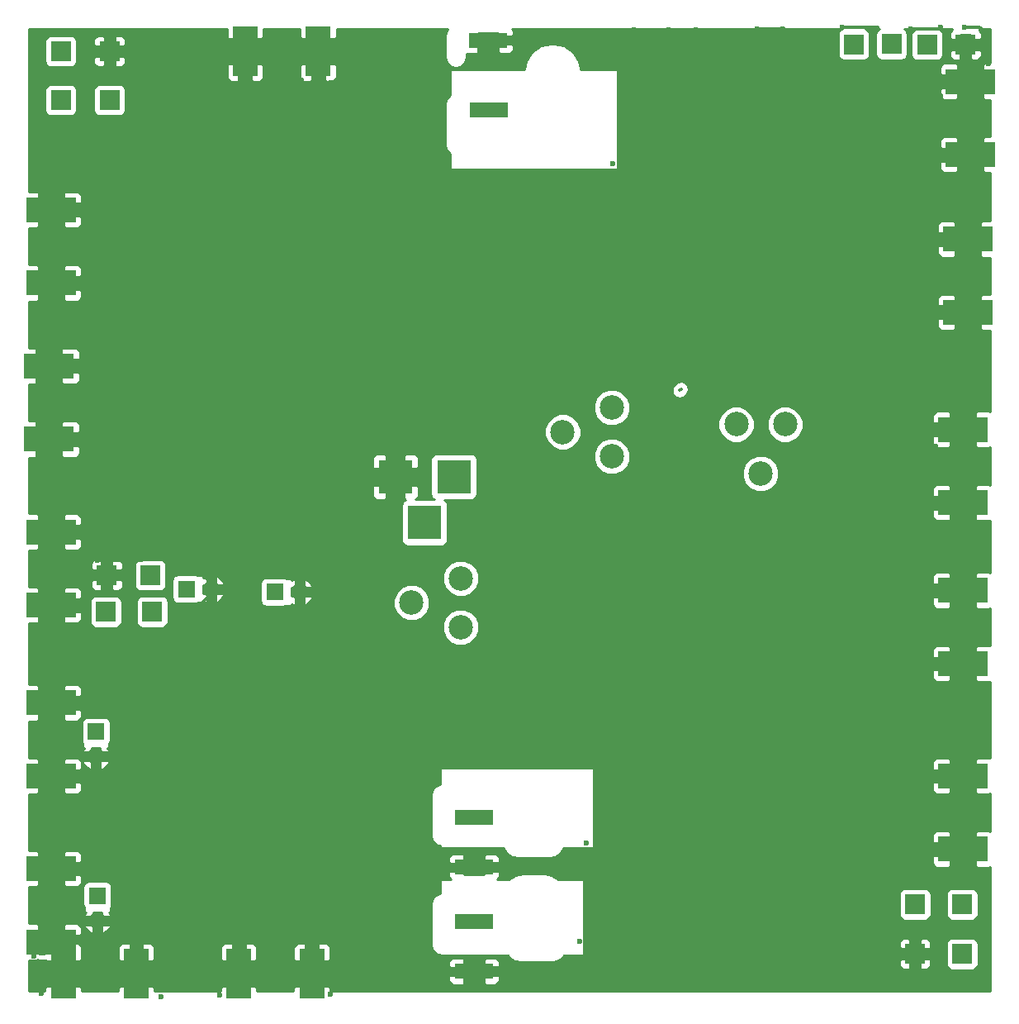
<source format=gbr>
G04 #@! TF.FileFunction,Copper,L2,Bot,Signal*
%FSLAX46Y46*%
G04 Gerber Fmt 4.6, Leading zero omitted, Abs format (unit mm)*
G04 Created by KiCad (PCBNEW 4.0.7) date 05/20/20 23:40:47*
%MOMM*%
%LPD*%
G01*
G04 APERTURE LIST*
%ADD10C,0.100000*%
%ADD11R,4.000000X1.500000*%
%ADD12R,2.000000X2.000000*%
%ADD13R,5.080000X2.500000*%
%ADD14R,3.500000X3.500000*%
%ADD15C,2.500000*%
%ADD16R,2.500000X5.080000*%
%ADD17R,1.700000X1.700000*%
%ADD18O,1.700000X1.700000*%
%ADD19C,0.600000*%
%ADD20C,0.350000*%
%ADD21C,0.500000*%
%ADD22C,1.000000*%
%ADD23C,0.250000*%
G04 APERTURE END LIST*
D10*
D11*
X104900000Y-41050000D03*
D12*
X153775000Y-34325000D03*
X142325000Y-34300000D03*
X146175000Y-34275000D03*
X149825000Y-34325000D03*
D11*
X104825000Y-33875000D03*
D13*
X154275000Y-45600000D03*
X154275000Y-38100000D03*
X154000000Y-61750000D03*
X154000000Y-54250000D03*
D14*
X101300000Y-78600000D03*
X95300000Y-78600000D03*
X98300000Y-83300000D03*
D13*
X153500000Y-97750000D03*
X153500000Y-90250000D03*
X153500000Y-81250000D03*
X153500000Y-73750000D03*
D15*
X112460000Y-74000000D03*
X117500000Y-71500000D03*
X117500000Y-76500000D03*
X132760000Y-78270000D03*
X130260000Y-73230000D03*
X135260000Y-73230000D03*
D11*
X103386000Y-124174000D03*
X103386000Y-113506000D03*
D12*
X148598000Y-127476000D03*
D11*
X103386000Y-129254000D03*
D12*
X148598000Y-122396000D03*
X153424000Y-122396000D03*
X153424000Y-127476000D03*
D11*
X103386000Y-118586000D03*
D13*
X153500000Y-116750000D03*
X153500000Y-109250000D03*
X60000000Y-101750000D03*
X60000000Y-109250000D03*
D16*
X79250000Y-129500000D03*
X86750000Y-129500000D03*
D13*
X60000000Y-118750000D03*
X60000000Y-126250000D03*
X59800000Y-67250000D03*
X59800000Y-74750000D03*
X60000000Y-84250000D03*
X60000000Y-91750000D03*
D16*
X61250000Y-129500000D03*
X68750000Y-129500000D03*
D12*
X65625000Y-92425000D03*
X70375000Y-92425000D03*
X70175000Y-88675000D03*
X65725000Y-88650000D03*
D17*
X64600000Y-104700000D03*
D18*
X64600000Y-107240000D03*
D17*
X64750000Y-121500000D03*
D18*
X64750000Y-124040000D03*
D17*
X82930000Y-90410000D03*
D18*
X85470000Y-90410000D03*
D17*
X73875000Y-90100000D03*
D18*
X76415000Y-90100000D03*
D13*
X60000000Y-51250000D03*
X60000000Y-58750000D03*
D16*
X87400000Y-34975000D03*
X79900000Y-34975000D03*
D12*
X66000000Y-40000000D03*
X61000000Y-35000000D03*
X61000000Y-40000000D03*
X66000000Y-35000000D03*
D15*
X96960000Y-91500000D03*
X102000000Y-89000000D03*
X102000000Y-94000000D03*
D19*
X81500000Y-46000000D03*
X147500000Y-98000000D03*
X144000000Y-98000000D03*
X140500000Y-98000000D03*
X137000000Y-98000000D03*
X134500000Y-98000000D03*
X132000000Y-97500000D03*
X149500000Y-98000000D03*
X107200000Y-88700000D03*
X99300000Y-86200000D03*
X97600000Y-86500000D03*
X95600000Y-86600000D03*
X94900000Y-89900000D03*
X94700000Y-93100000D03*
X96400000Y-95000000D03*
X97800000Y-95800000D03*
X99400000Y-95800000D03*
X100500000Y-97000000D03*
X104500000Y-96600000D03*
X109000000Y-96500000D03*
X111300000Y-96500000D03*
X113300000Y-96500000D03*
X116500000Y-96500000D03*
X120000000Y-97000000D03*
X123000000Y-97000000D03*
X126500000Y-97500000D03*
X128500000Y-97500000D03*
X63500000Y-69000000D03*
X113800000Y-94000000D03*
X113700000Y-92800000D03*
X108400000Y-88600000D03*
X106600000Y-90000000D03*
X115900000Y-83500000D03*
X117000000Y-83500000D03*
X116300000Y-86200000D03*
X121700000Y-95100000D03*
X119000000Y-94300000D03*
X120400000Y-93100000D03*
X122350000Y-85130000D03*
X123110000Y-86070000D03*
X124160000Y-87160000D03*
X126490000Y-86800000D03*
X132150000Y-88100000D03*
X120658000Y-85042000D03*
X74410000Y-62310000D03*
X75360000Y-63110000D03*
X77650000Y-63340000D03*
X79550000Y-63530000D03*
X72400000Y-61800000D03*
X88680000Y-63310000D03*
X86970000Y-63390000D03*
X84440000Y-63260000D03*
X81120000Y-63430000D03*
X88700000Y-38230000D03*
X88010000Y-48880000D03*
X88330000Y-46520000D03*
X88390000Y-44160000D03*
X88250000Y-41930000D03*
X88470000Y-40570000D03*
X63500000Y-93000000D03*
X60000000Y-94500000D03*
X58000000Y-94000000D03*
X86970000Y-38030000D03*
X85650000Y-37950000D03*
X58000000Y-61500000D03*
X62000000Y-61000000D03*
X78375000Y-48925000D03*
X88800000Y-53100000D03*
X86060000Y-51540000D03*
X85120000Y-51660000D03*
X84000000Y-51300000D03*
X82800000Y-51320000D03*
X82330000Y-49980000D03*
X82300000Y-49020000D03*
X85020000Y-56820000D03*
X83820000Y-56840000D03*
X81280000Y-56840000D03*
X78940000Y-57030000D03*
X64180000Y-60930000D03*
X66780000Y-60730000D03*
X68030000Y-61710000D03*
X76730000Y-33280000D03*
X77000000Y-34990000D03*
X76960000Y-36630000D03*
X77800000Y-37900000D03*
X78100000Y-40700000D03*
X74710000Y-40400000D03*
X76240000Y-40400000D03*
X78900000Y-42900000D03*
X77110000Y-43220000D03*
X74980000Y-43410000D03*
X74830000Y-45010000D03*
X73090000Y-48130000D03*
X71950000Y-49470000D03*
X70800000Y-51310000D03*
X70000000Y-52500000D03*
X69150000Y-53540000D03*
X66860000Y-53780000D03*
X64000000Y-52500000D03*
X63340000Y-89140000D03*
X72340000Y-92150000D03*
X72140000Y-90790000D03*
X72320000Y-89060000D03*
X72460000Y-87420000D03*
X69230000Y-87110000D03*
X67650000Y-87290000D03*
X64760000Y-87130000D03*
X63500000Y-87500000D03*
X75180000Y-88290000D03*
X75240000Y-86500000D03*
X75020000Y-85140000D03*
X74250000Y-84370000D03*
X72120000Y-84330000D03*
X69450000Y-84290000D03*
X67100000Y-84270000D03*
X65020000Y-84150000D03*
X63070000Y-84330000D03*
X64000000Y-75000000D03*
X80825000Y-87925000D03*
X65500000Y-74000000D03*
X66500000Y-74500000D03*
X68350000Y-75100000D03*
X70030000Y-76620000D03*
X71630000Y-78410000D03*
X73490000Y-80160000D03*
X74830000Y-81650000D03*
X76470000Y-82980000D03*
X78180000Y-84630000D03*
X79780000Y-85930000D03*
X80950000Y-86850000D03*
X63600000Y-67100000D03*
X65270000Y-67390000D03*
X66720000Y-69010000D03*
X68510000Y-70800000D03*
X71080000Y-73040000D03*
X73370000Y-75330000D03*
X75660000Y-78180000D03*
X78370000Y-80510000D03*
X80470000Y-82640000D03*
X82420000Y-84410000D03*
X83760000Y-85920000D03*
X84290000Y-87900000D03*
X86890000Y-88260000D03*
X87900000Y-90280000D03*
X88380000Y-92370000D03*
X88540000Y-94770000D03*
X88460000Y-98180000D03*
X88680000Y-101370000D03*
X88460000Y-104120000D03*
X88460000Y-107190000D03*
X88400000Y-109700000D03*
X88250000Y-112220000D03*
X88450000Y-114660000D03*
X88370000Y-117270000D03*
X88170000Y-120870000D03*
X88630000Y-123610000D03*
X88510000Y-126230000D03*
X124070000Y-48740000D03*
X126000000Y-48760000D03*
X127980000Y-48650000D03*
X129920000Y-48650000D03*
X131720000Y-48710000D03*
X134050000Y-48590000D03*
X135580000Y-48530000D03*
X150620000Y-47740000D03*
X148780000Y-47950000D03*
X146990000Y-48100000D03*
X145050000Y-48140000D03*
X141350000Y-48250000D03*
X156130000Y-36310000D03*
X156130000Y-34800000D03*
X155570000Y-32900000D03*
X153670000Y-32540000D03*
X151220000Y-32560000D03*
X148130000Y-32750000D03*
X144670000Y-32670000D03*
X141120000Y-32560000D03*
X139370000Y-33200000D03*
X136700000Y-32900000D03*
X135000000Y-32710000D03*
X132450000Y-32700000D03*
X130000000Y-33000000D03*
X128450000Y-33000000D03*
X126130000Y-32780000D03*
X123380000Y-32820000D03*
X119800000Y-32800000D03*
X120100000Y-34200000D03*
X96300000Y-75000000D03*
X97100000Y-73400000D03*
X97910000Y-71730000D03*
X98600000Y-69100000D03*
X101490000Y-68870000D03*
X106500000Y-69000000D03*
X109110000Y-69190000D03*
X113270000Y-68850000D03*
X117000000Y-69000000D03*
X118950000Y-68570000D03*
X122180000Y-68820000D03*
X124590000Y-68620000D03*
X126680000Y-68680000D03*
X129160000Y-68980000D03*
X131000000Y-69000000D03*
X132596000Y-69008000D03*
X135500000Y-69500000D03*
X137410000Y-69660000D03*
X140040000Y-69390000D03*
X143950000Y-69390000D03*
X146800000Y-69660000D03*
X149980000Y-69720000D03*
X152610000Y-70840000D03*
X120000000Y-109500000D03*
X153000000Y-106500000D03*
X151630000Y-105040000D03*
X148810000Y-104620000D03*
X146490000Y-104060000D03*
X144060000Y-104200000D03*
X141880000Y-104180000D03*
X140240000Y-104030000D03*
X137720000Y-103760000D03*
X135280000Y-103840000D03*
X132130000Y-103700000D03*
X129620000Y-103700000D03*
X127360000Y-103940000D03*
X123980000Y-104060000D03*
X122300000Y-104200000D03*
X121620000Y-104880000D03*
X121010000Y-106490000D03*
X155420000Y-119060000D03*
X155420000Y-120750000D03*
X155380000Y-122510000D03*
X155460000Y-125080000D03*
X155570000Y-127760000D03*
X155440000Y-129830000D03*
X154870000Y-129590000D03*
X152430000Y-129940000D03*
X147360000Y-129910000D03*
X141080000Y-130190000D03*
X137690000Y-130490000D03*
X133490000Y-130490000D03*
X129400000Y-130200000D03*
X125420000Y-129670000D03*
X122720000Y-129530000D03*
X120920000Y-128870000D03*
X119860000Y-128300000D03*
X117990000Y-127730000D03*
X116200000Y-127650000D03*
X88500000Y-55900000D03*
X89300000Y-55900000D03*
X70000000Y-63100000D03*
X71200000Y-61500000D03*
X80600000Y-41600000D03*
X79100000Y-39900000D03*
X80500000Y-38800000D03*
X74600000Y-35800000D03*
X73600000Y-37100000D03*
X73900000Y-34400000D03*
X76500000Y-56150000D03*
X78950000Y-54250000D03*
X77800000Y-54250000D03*
X73300000Y-53500000D03*
X74550000Y-53425000D03*
X75650000Y-52475000D03*
X75675000Y-49800000D03*
X75825000Y-47950000D03*
X78475000Y-47650000D03*
X76400000Y-98500000D03*
X78000000Y-99375000D03*
X76850000Y-100450000D03*
X76675000Y-96775000D03*
X77950000Y-97800000D03*
X80425000Y-90400000D03*
X79075000Y-88800000D03*
X64850000Y-102225000D03*
X65925000Y-102500000D03*
X65750000Y-114250000D03*
X65600000Y-112200000D03*
X62000000Y-78500000D03*
X58500000Y-78000000D03*
X65750000Y-99875000D03*
X66400000Y-96000000D03*
X62200000Y-96200000D03*
X61500000Y-99500000D03*
X63325000Y-100825000D03*
X58500000Y-99500000D03*
X62000000Y-112000000D03*
X60060000Y-111660000D03*
X58000000Y-112000000D03*
X70200000Y-108000000D03*
X70900000Y-110300000D03*
X69100000Y-107900000D03*
X63600000Y-126150000D03*
X58250000Y-127750000D03*
X58500000Y-81000000D03*
X60000000Y-81000000D03*
X62000000Y-81000000D03*
X60220000Y-115730000D03*
X58140000Y-116210000D03*
X61740000Y-116040000D03*
X88850000Y-130000000D03*
X88660000Y-131600000D03*
X88930000Y-128240000D03*
X77300000Y-131710000D03*
X76700000Y-130300000D03*
X76960000Y-128170000D03*
X59000000Y-131500000D03*
X59000000Y-130000000D03*
X59000000Y-128500000D03*
X71000000Y-128000000D03*
X71280000Y-131860000D03*
X71360000Y-130000000D03*
X77710000Y-121880000D03*
X76880000Y-121900000D03*
X75530000Y-121890000D03*
X75000000Y-122990000D03*
X77580000Y-122980000D03*
X78860000Y-121730000D03*
X79910000Y-123020000D03*
X138184000Y-75136000D03*
X138692000Y-72850000D03*
X137676000Y-72850000D03*
X148550000Y-75180000D03*
X149460000Y-74610000D03*
X150660000Y-75510000D03*
X145070000Y-75180000D03*
X146800000Y-75200000D03*
X145930000Y-74520000D03*
X114900000Y-116100000D03*
X116300000Y-116000000D03*
X117400000Y-115100000D03*
X111514000Y-80692000D03*
X111006000Y-78152000D03*
X119642000Y-80438000D03*
X120658000Y-79168000D03*
X120150000Y-77898000D03*
X134500000Y-129900000D03*
X135700000Y-129100000D03*
X132700000Y-128400000D03*
X142100000Y-124800000D03*
X141600000Y-127300000D03*
X143000000Y-126000000D03*
X142700000Y-119300000D03*
X145400000Y-121000000D03*
X143800000Y-118600000D03*
X133300000Y-119500000D03*
X134300000Y-120500000D03*
X135100000Y-119300000D03*
X114800000Y-127200000D03*
X114200000Y-126200000D03*
X116700000Y-126100000D03*
X117600000Y-119200000D03*
X121000000Y-119700000D03*
X120100000Y-122200000D03*
X121800000Y-120900000D03*
X118600000Y-121900000D03*
X117300000Y-120400000D03*
X118200000Y-110900000D03*
X117400000Y-109700000D03*
X124100000Y-106600000D03*
X123900000Y-108900000D03*
X122690000Y-108426000D03*
X138184000Y-105632000D03*
X136406000Y-106394000D03*
X137676000Y-107918000D03*
X149868000Y-106902000D03*
X146312000Y-106902000D03*
X144788000Y-107918000D03*
X146058000Y-109442000D03*
X147328000Y-108172000D03*
X149106000Y-109442000D03*
X150122000Y-108172000D03*
X138184000Y-117570000D03*
X139454000Y-116554000D03*
X140724000Y-118078000D03*
X138184000Y-119856000D03*
X136406000Y-120364000D03*
X137676000Y-121634000D03*
X148550000Y-50600000D03*
X143100000Y-96000000D03*
X144400000Y-97150000D03*
X145850000Y-95750000D03*
X148100000Y-88750000D03*
X149300000Y-90600000D03*
X149400000Y-87850000D03*
X144600000Y-88950000D03*
X145900000Y-90800000D03*
X146000000Y-88000000D03*
X141900000Y-84550000D03*
X142900000Y-85650000D03*
X141700000Y-87000000D03*
X132100000Y-90650000D03*
X133750000Y-89500000D03*
X128350000Y-95100000D03*
X130050000Y-96350000D03*
X131050000Y-95750000D03*
X111006000Y-93424000D03*
X121420000Y-76374000D03*
X122690000Y-75104000D03*
X123452000Y-78914000D03*
X126246000Y-78660000D03*
X124722000Y-77136000D03*
X131580000Y-70278000D03*
X132850000Y-71548000D03*
X140978000Y-74088000D03*
X143264000Y-74088000D03*
X142248000Y-73072000D03*
X117600000Y-46500000D03*
X120720000Y-48300000D03*
X119400000Y-48200000D03*
X123730000Y-47430000D03*
X121600000Y-48600000D03*
X122240000Y-46010000D03*
X136150000Y-46120000D03*
X136750000Y-47830000D03*
X138670000Y-46470000D03*
X145670000Y-55850000D03*
X151320000Y-50650000D03*
X149675000Y-40925000D03*
X148700000Y-39600000D03*
X145850000Y-40000000D03*
X147090000Y-41120000D03*
X151200000Y-39620000D03*
X121100000Y-39400000D03*
X122700000Y-39400000D03*
X133604000Y-41116000D03*
X133858000Y-38576000D03*
X134874000Y-39846000D03*
X141478000Y-36798000D03*
X140570000Y-36760000D03*
X140580000Y-39160000D03*
X141650000Y-41600000D03*
X143580000Y-41830000D03*
X148250000Y-36710000D03*
D20*
X124590000Y-69620000D02*
X124450000Y-69760000D01*
D21*
X107200000Y-88700000D02*
X107200000Y-87900000D01*
D20*
X149500000Y-98000000D02*
X148500000Y-98000000D01*
X148500000Y-98000000D02*
X147500000Y-98000000D01*
X144000000Y-98000000D02*
X140500000Y-98000000D01*
X137000000Y-98000000D02*
X136840000Y-98160000D01*
X136840000Y-98160000D02*
X134500000Y-98000000D01*
D21*
X97900000Y-86200000D02*
X99300000Y-86200000D01*
X97600000Y-86500000D02*
X97900000Y-86200000D01*
X95600000Y-87200000D02*
X95600000Y-86600000D01*
X94900000Y-89900000D02*
X95600000Y-87200000D01*
X96600000Y-94800000D02*
X94700000Y-93100000D01*
X96400000Y-95000000D02*
X96600000Y-94800000D01*
X98600000Y-96000000D02*
X97800000Y-95800000D01*
X99400000Y-95800000D02*
X98600000Y-96000000D01*
X103000000Y-97000000D02*
X100500000Y-97000000D01*
X104500000Y-96600000D02*
X103000000Y-97000000D01*
X111200000Y-96400000D02*
X109000000Y-96500000D01*
X111300000Y-96500000D02*
X111200000Y-96400000D01*
X116300000Y-96700000D02*
X113300000Y-96500000D01*
X116500000Y-96500000D02*
X116300000Y-96700000D01*
X122900000Y-97100000D02*
X120000000Y-97000000D01*
X123000000Y-97000000D02*
X122900000Y-97100000D01*
X128400000Y-97600000D02*
X126500000Y-97500000D01*
X128500000Y-97500000D02*
X128400000Y-97600000D01*
X99500000Y-86400000D02*
X99300000Y-86200000D01*
X105700000Y-86400000D02*
X99500000Y-86400000D01*
X107200000Y-87900000D02*
X105700000Y-86400000D01*
D20*
X122350000Y-85130000D02*
X123110000Y-85890000D01*
X123110000Y-85890000D02*
X123110000Y-86070000D01*
X124160000Y-87160000D02*
X124520000Y-86800000D01*
X124520000Y-86800000D02*
X126490000Y-86800000D01*
X79550000Y-63530000D02*
X81020000Y-63530000D01*
X73900000Y-61800000D02*
X74410000Y-62310000D01*
X75360000Y-63110000D02*
X75590000Y-63340000D01*
X75590000Y-63340000D02*
X77650000Y-63340000D01*
X72400000Y-61800000D02*
X73900000Y-61800000D01*
X84570000Y-63390000D02*
X86970000Y-63390000D01*
X84440000Y-63260000D02*
X84570000Y-63390000D01*
X81020000Y-63530000D02*
X81120000Y-63430000D01*
X88330000Y-44220000D02*
X88330000Y-46520000D01*
X88390000Y-44160000D02*
X88330000Y-44220000D01*
X88250000Y-40790000D02*
X88250000Y-41930000D01*
X88470000Y-40570000D02*
X88250000Y-40790000D01*
X78375000Y-48925000D02*
X82205000Y-48925000D01*
X87620000Y-53100000D02*
X88800000Y-53100000D01*
X86060000Y-51540000D02*
X87620000Y-53100000D01*
X84550000Y-51260000D02*
X85120000Y-51660000D01*
X84000000Y-51300000D02*
X84550000Y-51260000D01*
X82700000Y-51220000D02*
X82800000Y-51320000D01*
X82490000Y-50140000D02*
X82700000Y-51220000D01*
X82330000Y-49980000D02*
X82490000Y-50140000D01*
X82205000Y-48925000D02*
X82300000Y-49020000D01*
X83840000Y-56820000D02*
X85020000Y-56820000D01*
X83820000Y-56840000D02*
X83840000Y-56820000D01*
X79130000Y-56840000D02*
X81280000Y-56840000D01*
X78940000Y-57030000D02*
X79130000Y-56840000D01*
X64180000Y-60930000D02*
X64380000Y-60730000D01*
X64380000Y-60730000D02*
X66780000Y-60730000D01*
X68030000Y-61710000D02*
X69420000Y-63100000D01*
X69420000Y-63100000D02*
X70000000Y-63100000D01*
X77800000Y-37900000D02*
X77800000Y-37470000D01*
X76730000Y-34720000D02*
X76730000Y-33280000D01*
X77000000Y-34990000D02*
X76730000Y-34720000D01*
X77800000Y-37470000D02*
X76960000Y-36630000D01*
X78100000Y-40700000D02*
X78100000Y-40630000D01*
X77800000Y-40330000D02*
X77800000Y-37900000D01*
X78100000Y-40630000D02*
X77800000Y-40330000D01*
X74710000Y-40400000D02*
X76240000Y-40400000D01*
X75170000Y-43220000D02*
X77110000Y-43220000D01*
X74980000Y-43410000D02*
X75170000Y-43220000D01*
X74830000Y-46390000D02*
X74830000Y-45010000D01*
X73090000Y-48130000D02*
X74830000Y-46390000D01*
X71950000Y-50160000D02*
X71950000Y-49470000D01*
X70800000Y-51310000D02*
X71950000Y-50160000D01*
X69180000Y-53510000D02*
X70000000Y-52500000D01*
X69150000Y-53540000D02*
X69180000Y-53510000D01*
X64930000Y-53780000D02*
X66860000Y-53780000D01*
X64000000Y-52500000D02*
X64930000Y-53780000D01*
X63500000Y-87500000D02*
X63320000Y-88410000D01*
X63340000Y-88430000D02*
X63340000Y-89140000D01*
X63320000Y-88410000D02*
X63340000Y-88430000D01*
X76415000Y-90535000D02*
X74800000Y-92150000D01*
X74800000Y-92150000D02*
X72340000Y-92150000D01*
X72140000Y-90790000D02*
X72320000Y-90610000D01*
X72320000Y-90610000D02*
X72320000Y-89060000D01*
X72460000Y-87420000D02*
X72150000Y-87110000D01*
X72150000Y-87110000D02*
X69230000Y-87110000D01*
X67650000Y-87290000D02*
X67490000Y-87130000D01*
X67490000Y-87130000D02*
X64760000Y-87130000D01*
X63500000Y-87500000D02*
X63380000Y-87620000D01*
X76415000Y-90100000D02*
X76415000Y-90535000D01*
X76415000Y-90100000D02*
X76415000Y-89525000D01*
X76415000Y-89525000D02*
X75180000Y-88290000D01*
X75240000Y-86500000D02*
X75020000Y-86280000D01*
X75020000Y-86280000D02*
X75020000Y-85140000D01*
X74250000Y-84370000D02*
X74210000Y-84330000D01*
X74210000Y-84330000D02*
X72120000Y-84330000D01*
X69450000Y-84290000D02*
X69430000Y-84270000D01*
X69430000Y-84270000D02*
X67100000Y-84270000D01*
X65020000Y-84150000D02*
X64840000Y-84330000D01*
X64840000Y-84330000D02*
X63070000Y-84330000D01*
X65300000Y-74200000D02*
X64000000Y-75000000D01*
X65500000Y-74000000D02*
X65300000Y-74200000D01*
X66500000Y-74770000D02*
X66500000Y-74500000D01*
X68350000Y-75100000D02*
X66500000Y-74770000D01*
X70030000Y-76810000D02*
X70030000Y-76620000D01*
X71630000Y-78410000D02*
X70030000Y-76810000D01*
X73490000Y-80310000D02*
X73490000Y-80160000D01*
X74830000Y-81650000D02*
X73490000Y-80310000D01*
X76530000Y-82980000D02*
X76470000Y-82980000D01*
X78180000Y-84630000D02*
X76530000Y-82980000D01*
X80030000Y-85930000D02*
X79780000Y-85930000D01*
X80950000Y-86850000D02*
X80030000Y-85930000D01*
X65270000Y-67560000D02*
X65270000Y-67390000D01*
X66720000Y-69010000D02*
X65270000Y-67560000D01*
X68840000Y-70800000D02*
X68510000Y-70800000D01*
X71080000Y-73040000D02*
X68840000Y-70800000D01*
X73370000Y-75890000D02*
X73370000Y-75330000D01*
X75660000Y-78180000D02*
X73370000Y-75890000D01*
X78370000Y-80540000D02*
X78370000Y-80510000D01*
X80470000Y-82640000D02*
X78370000Y-80540000D01*
X82420000Y-84880000D02*
X82420000Y-84410000D01*
X83760000Y-85920000D02*
X82420000Y-84880000D01*
X85860000Y-87980000D02*
X84290000Y-87900000D01*
X86890000Y-88260000D02*
X85860000Y-87980000D01*
X87900000Y-91890000D02*
X87900000Y-90280000D01*
X88380000Y-92370000D02*
X87900000Y-91890000D01*
X88540000Y-98100000D02*
X88540000Y-94770000D01*
X88460000Y-98180000D02*
X88540000Y-98100000D01*
X88680000Y-103940000D02*
X88680000Y-101370000D01*
X88460000Y-104120000D02*
X88680000Y-103940000D01*
X88510000Y-109590000D02*
X88460000Y-107190000D01*
X88400000Y-109700000D02*
X88510000Y-109590000D01*
X88450000Y-114660000D02*
X88250000Y-112220000D01*
X88370000Y-120670000D02*
X88370000Y-117270000D01*
X87770000Y-120870000D02*
X87970000Y-120670000D01*
X88630000Y-126110000D02*
X88630000Y-123610000D01*
X88510000Y-126230000D02*
X88630000Y-126110000D01*
X136750000Y-47830000D02*
X136280000Y-47830000D01*
X125980000Y-48740000D02*
X124070000Y-48740000D01*
X126000000Y-48760000D02*
X125980000Y-48740000D01*
X129920000Y-48650000D02*
X127980000Y-48650000D01*
X133930000Y-48710000D02*
X131720000Y-48710000D01*
X134050000Y-48590000D02*
X133930000Y-48710000D01*
X136280000Y-47830000D02*
X135580000Y-48530000D01*
X150620000Y-47740000D02*
X150410000Y-47950000D01*
X150410000Y-47950000D02*
X148780000Y-47950000D01*
X146990000Y-48100000D02*
X146950000Y-48140000D01*
X146950000Y-48140000D02*
X145050000Y-48140000D01*
X141350000Y-48250000D02*
X140930000Y-47830000D01*
X140930000Y-47830000D02*
X136750000Y-47830000D01*
X156130000Y-36310000D02*
X156130000Y-34800000D01*
X155570000Y-32900000D02*
X155210000Y-32540000D01*
X155210000Y-32540000D02*
X153670000Y-32540000D01*
X151220000Y-32560000D02*
X151030000Y-32750000D01*
X151030000Y-32750000D02*
X148130000Y-32750000D01*
X144670000Y-32670000D02*
X144560000Y-32560000D01*
X144560000Y-32560000D02*
X141120000Y-32560000D01*
X139370000Y-33200000D02*
X138100000Y-32800000D01*
X138100000Y-32800000D02*
X136700000Y-32900000D01*
X135000000Y-32710000D02*
X134990000Y-32700000D01*
X134990000Y-32700000D02*
X132450000Y-32700000D01*
X130000000Y-33000000D02*
X129990000Y-32990000D01*
X129990000Y-32990000D02*
X128450000Y-33000000D01*
X126130000Y-32780000D02*
X126090000Y-32820000D01*
X126090000Y-32820000D02*
X123380000Y-32820000D01*
X119800000Y-32800000D02*
X119500000Y-32800000D01*
X119500000Y-32800000D02*
X120100000Y-34200000D01*
X132596000Y-69008000D02*
X131938000Y-69008000D01*
X96300000Y-74770000D02*
X96300000Y-75000000D01*
X97100000Y-73400000D02*
X96300000Y-74770000D01*
X98330000Y-71730000D02*
X97910000Y-71730000D01*
X98600000Y-69100000D02*
X98330000Y-71730000D01*
X105650000Y-68870000D02*
X101490000Y-68870000D01*
X106500000Y-69000000D02*
X105650000Y-68870000D01*
X112430000Y-69190000D02*
X109110000Y-69190000D01*
X113270000Y-68850000D02*
X112430000Y-69190000D01*
X118830000Y-68690000D02*
X117000000Y-69000000D01*
X118950000Y-68570000D02*
X118830000Y-68690000D01*
X122240000Y-68760000D02*
X122180000Y-68820000D01*
X124450000Y-68760000D02*
X122240000Y-68760000D01*
X128860000Y-68680000D02*
X126680000Y-68680000D01*
X129160000Y-68980000D02*
X128860000Y-68680000D01*
X131938000Y-69008000D02*
X131000000Y-69000000D01*
X134882000Y-69008000D02*
X132596000Y-69008000D01*
X135500000Y-69500000D02*
X134882000Y-69008000D01*
X139310000Y-69660000D02*
X137410000Y-69660000D01*
X140040000Y-69390000D02*
X139310000Y-69660000D01*
X146530000Y-69390000D02*
X143950000Y-69390000D01*
X146800000Y-69660000D02*
X146530000Y-69390000D01*
X151490000Y-69720000D02*
X149980000Y-69720000D01*
X152610000Y-70840000D02*
X151490000Y-69720000D01*
X153000000Y-106410000D02*
X153000000Y-106500000D01*
X151630000Y-105040000D02*
X153000000Y-106410000D01*
X146930000Y-104620000D02*
X148810000Y-104620000D01*
X146490000Y-104060000D02*
X146930000Y-104620000D01*
X141900000Y-104200000D02*
X144060000Y-104200000D01*
X141880000Y-104180000D02*
X141900000Y-104200000D01*
X137990000Y-104030000D02*
X140240000Y-104030000D01*
X137720000Y-103760000D02*
X137990000Y-104030000D01*
X132270000Y-103840000D02*
X135280000Y-103840000D01*
X132130000Y-103700000D02*
X132270000Y-103840000D01*
X127600000Y-103700000D02*
X129620000Y-103700000D01*
X127360000Y-103940000D02*
X127600000Y-103700000D01*
X122440000Y-104060000D02*
X123980000Y-104060000D01*
X122300000Y-104200000D02*
X122440000Y-104060000D01*
X121620000Y-105880000D02*
X121620000Y-104880000D01*
X121010000Y-106490000D02*
X121620000Y-105880000D01*
X155420000Y-119060000D02*
X155420000Y-120750000D01*
X155380000Y-122510000D02*
X155460000Y-122590000D01*
X155460000Y-122590000D02*
X155460000Y-125080000D01*
X155570000Y-127760000D02*
X155440000Y-127890000D01*
X155440000Y-127890000D02*
X155440000Y-129830000D01*
X154870000Y-129590000D02*
X153220000Y-129830000D01*
X153220000Y-129830000D02*
X152430000Y-129940000D01*
X147360000Y-129910000D02*
X145040000Y-130130000D01*
X145040000Y-130130000D02*
X141080000Y-130190000D01*
X137690000Y-130490000D02*
X137520000Y-130320000D01*
X137520000Y-130320000D02*
X133490000Y-130490000D01*
X129400000Y-130200000D02*
X127640000Y-130210000D01*
X127640000Y-130210000D02*
X125420000Y-129670000D01*
X122720000Y-129530000D02*
X121100000Y-129910000D01*
X121100000Y-129910000D02*
X120920000Y-128870000D01*
X119860000Y-128300000D02*
X119290000Y-127730000D01*
X119290000Y-127730000D02*
X117990000Y-127730000D01*
X116200000Y-127650000D02*
X115750000Y-127200000D01*
X115750000Y-127200000D02*
X114800000Y-127200000D01*
X77580000Y-122980000D02*
X77560000Y-122980000D01*
D22*
X103386000Y-129254000D02*
X117754000Y-129254000D01*
X117754000Y-129254000D02*
X118000000Y-129500000D01*
X103386000Y-118586000D02*
X114086000Y-118586000D01*
X114086000Y-118586000D02*
X114500000Y-119000000D01*
X104825000Y-33875000D02*
X117125000Y-33875000D01*
D23*
G36*
X78017000Y-33546750D02*
X78175250Y-33705000D01*
X79275000Y-33705000D01*
X79275000Y-33580000D01*
X80525000Y-33580000D01*
X80525000Y-33705000D01*
X81624750Y-33705000D01*
X81783000Y-33546750D01*
X81783000Y-32700000D01*
X85517000Y-32700000D01*
X85517000Y-33546750D01*
X85675250Y-33705000D01*
X86775000Y-33705000D01*
X86775000Y-33580000D01*
X88025000Y-33580000D01*
X88025000Y-33705000D01*
X89124750Y-33705000D01*
X89283000Y-33546750D01*
X89283000Y-32700000D01*
X100679698Y-32700000D01*
X100460636Y-33027850D01*
X100375000Y-33458369D01*
X100375000Y-35541631D01*
X100460636Y-35972150D01*
X100704505Y-36337126D01*
X101069481Y-36580995D01*
X101500000Y-36666631D01*
X101930519Y-36580995D01*
X102295495Y-36337126D01*
X102539364Y-35972150D01*
X102625000Y-35541631D01*
X102625000Y-35250002D01*
X102679780Y-35250002D01*
X102699089Y-35258000D01*
X103666750Y-35258000D01*
X103825000Y-35099750D01*
X103825000Y-34250000D01*
X105825000Y-34250000D01*
X105825000Y-35099750D01*
X105983250Y-35258000D01*
X106950911Y-35258000D01*
X107183565Y-35161632D01*
X107361631Y-34983566D01*
X107458000Y-34750912D01*
X107458000Y-34408250D01*
X107299750Y-34250000D01*
X105825000Y-34250000D01*
X103825000Y-34250000D01*
X103430000Y-34250000D01*
X103430000Y-33500000D01*
X103825000Y-33500000D01*
X103825000Y-33125000D01*
X105825000Y-33125000D01*
X105825000Y-33500000D01*
X107299750Y-33500000D01*
X107458000Y-33341750D01*
X107458000Y-32999088D01*
X107361631Y-32766434D01*
X107295197Y-32700000D01*
X141127067Y-32700000D01*
X141093389Y-32706337D01*
X140880668Y-32843219D01*
X140737962Y-33052076D01*
X140687756Y-33300000D01*
X140687756Y-35300000D01*
X140731337Y-35531611D01*
X140868219Y-35744332D01*
X141077076Y-35887038D01*
X141325000Y-35937244D01*
X143325000Y-35937244D01*
X143556611Y-35893663D01*
X143769332Y-35756781D01*
X143912038Y-35547924D01*
X143962244Y-35300000D01*
X143962244Y-33300000D01*
X143918663Y-33068389D01*
X143781781Y-32855668D01*
X143572924Y-32712962D01*
X143508916Y-32700000D01*
X144914386Y-32700000D01*
X144730668Y-32818219D01*
X144587962Y-33027076D01*
X144537756Y-33275000D01*
X144537756Y-35275000D01*
X144581337Y-35506611D01*
X144718219Y-35719332D01*
X144927076Y-35862038D01*
X145175000Y-35912244D01*
X147175000Y-35912244D01*
X147406611Y-35868663D01*
X147619332Y-35731781D01*
X147762038Y-35522924D01*
X147812244Y-35275000D01*
X147812244Y-33275000D01*
X147768663Y-33043389D01*
X147631781Y-32830668D01*
X147440542Y-32700000D01*
X148759929Y-32700000D01*
X148593389Y-32731337D01*
X148380668Y-32868219D01*
X148237962Y-33077076D01*
X148187756Y-33325000D01*
X148187756Y-35325000D01*
X148231337Y-35556611D01*
X148368219Y-35769332D01*
X148577076Y-35912038D01*
X148825000Y-35962244D01*
X150825000Y-35962244D01*
X151056611Y-35918663D01*
X151269332Y-35781781D01*
X151412038Y-35572924D01*
X151462244Y-35325000D01*
X151462244Y-34983250D01*
X152142000Y-34983250D01*
X152142000Y-35450912D01*
X152238369Y-35683566D01*
X152416435Y-35861632D01*
X152649089Y-35958000D01*
X153116750Y-35958000D01*
X153275000Y-35799750D01*
X153275000Y-34825000D01*
X154275000Y-34825000D01*
X154275000Y-35799750D01*
X154433250Y-35958000D01*
X154900911Y-35958000D01*
X155133565Y-35861632D01*
X155311631Y-35683566D01*
X155408000Y-35450912D01*
X155408000Y-34983250D01*
X155249750Y-34825000D01*
X154275000Y-34825000D01*
X153275000Y-34825000D01*
X152300250Y-34825000D01*
X152142000Y-34983250D01*
X151462244Y-34983250D01*
X151462244Y-33325000D01*
X151418663Y-33093389D01*
X151281781Y-32880668D01*
X151072924Y-32737962D01*
X150885463Y-32700000D01*
X152399998Y-32700000D01*
X152399998Y-32804805D01*
X152238369Y-32966434D01*
X152142000Y-33199088D01*
X152142000Y-33666750D01*
X152300250Y-33825000D01*
X153275000Y-33825000D01*
X153275000Y-33325000D01*
X154275000Y-33325000D01*
X154275000Y-33825000D01*
X155249750Y-33825000D01*
X155408000Y-33666750D01*
X155408000Y-33199088D01*
X155311631Y-32966434D01*
X155150002Y-32804805D01*
X155150002Y-32700000D01*
X156300000Y-32700000D01*
X156300000Y-36217000D01*
X155703250Y-36217000D01*
X155545000Y-36375250D01*
X155545000Y-37475000D01*
X155670000Y-37475000D01*
X155670000Y-38725000D01*
X155545000Y-38725000D01*
X155545000Y-39824750D01*
X155703250Y-39983000D01*
X156300000Y-39983000D01*
X156300000Y-43717000D01*
X155703250Y-43717000D01*
X155545000Y-43875250D01*
X155545000Y-44975000D01*
X155670000Y-44975000D01*
X155670000Y-46225000D01*
X155545000Y-46225000D01*
X155545000Y-47324750D01*
X155703250Y-47483000D01*
X156300000Y-47483000D01*
X156300000Y-52367000D01*
X155428250Y-52367000D01*
X155270000Y-52525250D01*
X155270000Y-53625000D01*
X155395000Y-53625000D01*
X155395000Y-54875000D01*
X155270000Y-54875000D01*
X155270000Y-55974750D01*
X155428250Y-56133000D01*
X156300000Y-56133000D01*
X156300000Y-59867000D01*
X155428250Y-59867000D01*
X155270000Y-60025250D01*
X155270000Y-61125000D01*
X155395000Y-61125000D01*
X155395000Y-62375000D01*
X155270000Y-62375000D01*
X155270000Y-63474750D01*
X155428250Y-63633000D01*
X156300000Y-63633000D01*
X156300000Y-71922541D01*
X156165912Y-71867000D01*
X154928250Y-71867000D01*
X154770000Y-72025250D01*
X154770000Y-73125000D01*
X154895000Y-73125000D01*
X154895000Y-74375000D01*
X154770000Y-74375000D01*
X154770000Y-75474750D01*
X154928250Y-75633000D01*
X156165912Y-75633000D01*
X156300000Y-75577459D01*
X156300000Y-79422541D01*
X156165912Y-79367000D01*
X154928250Y-79367000D01*
X154770000Y-79525250D01*
X154770000Y-80625000D01*
X154895000Y-80625000D01*
X154895000Y-81875000D01*
X154770000Y-81875000D01*
X154770000Y-82974750D01*
X154928250Y-83133000D01*
X156165912Y-83133000D01*
X156300000Y-83077459D01*
X156300000Y-88422541D01*
X156165912Y-88367000D01*
X154928250Y-88367000D01*
X154770000Y-88525250D01*
X154770000Y-89625000D01*
X154895000Y-89625000D01*
X154895000Y-90875000D01*
X154770000Y-90875000D01*
X154770000Y-91974750D01*
X154928250Y-92133000D01*
X156165912Y-92133000D01*
X156300000Y-92077459D01*
X156300000Y-95922541D01*
X156165912Y-95867000D01*
X154928250Y-95867000D01*
X154770000Y-96025250D01*
X154770000Y-97125000D01*
X154895000Y-97125000D01*
X154895000Y-98375000D01*
X154770000Y-98375000D01*
X154770000Y-99474750D01*
X154928250Y-99633000D01*
X156165912Y-99633000D01*
X156300000Y-99577459D01*
X156300000Y-107422541D01*
X156165912Y-107367000D01*
X154928250Y-107367000D01*
X154770000Y-107525250D01*
X154770000Y-108625000D01*
X154895000Y-108625000D01*
X154895000Y-109875000D01*
X154770000Y-109875000D01*
X154770000Y-110974750D01*
X154928250Y-111133000D01*
X156165912Y-111133000D01*
X156300000Y-111077459D01*
X156300000Y-114922541D01*
X156165912Y-114867000D01*
X154928250Y-114867000D01*
X154770000Y-115025250D01*
X154770000Y-116125000D01*
X154895000Y-116125000D01*
X154895000Y-117375000D01*
X154770000Y-117375000D01*
X154770000Y-118474750D01*
X154928250Y-118633000D01*
X156165912Y-118633000D01*
X156300000Y-118577459D01*
X156300000Y-131300000D01*
X88633000Y-131300000D01*
X88633000Y-130928250D01*
X88474750Y-130770000D01*
X87375000Y-130770000D01*
X87375000Y-130895000D01*
X86125000Y-130895000D01*
X86125000Y-130770000D01*
X85025250Y-130770000D01*
X84867000Y-130928250D01*
X84867000Y-131300000D01*
X81133000Y-131300000D01*
X81133000Y-130928250D01*
X80974750Y-130770000D01*
X79875000Y-130770000D01*
X79875000Y-130895000D01*
X78625000Y-130895000D01*
X78625000Y-130770000D01*
X77525250Y-130770000D01*
X77367000Y-130928250D01*
X77367000Y-131300000D01*
X70633000Y-131300000D01*
X70633000Y-130928250D01*
X70474750Y-130770000D01*
X69375000Y-130770000D01*
X69375000Y-130895000D01*
X68125000Y-130895000D01*
X68125000Y-130770000D01*
X67025250Y-130770000D01*
X66867000Y-130928250D01*
X66867000Y-131300000D01*
X63133000Y-131300000D01*
X63133000Y-130928250D01*
X62974750Y-130770000D01*
X61875000Y-130770000D01*
X61875000Y-130895000D01*
X60625000Y-130895000D01*
X60625000Y-130770000D01*
X59525250Y-130770000D01*
X59367000Y-130928250D01*
X59367000Y-131300000D01*
X57700000Y-131300000D01*
X57700000Y-129787250D01*
X100753000Y-129787250D01*
X100753000Y-130129912D01*
X100849369Y-130362566D01*
X101027435Y-130540632D01*
X101260089Y-130637000D01*
X102227750Y-130637000D01*
X102386000Y-130478750D01*
X102386000Y-129629000D01*
X104386000Y-129629000D01*
X104386000Y-130478750D01*
X104544250Y-130637000D01*
X105511911Y-130637000D01*
X105744565Y-130540632D01*
X105922631Y-130362566D01*
X106019000Y-130129912D01*
X106019000Y-129787250D01*
X105860750Y-129629000D01*
X104386000Y-129629000D01*
X102386000Y-129629000D01*
X100911250Y-129629000D01*
X100753000Y-129787250D01*
X57700000Y-129787250D01*
X57700000Y-128378088D01*
X100753000Y-128378088D01*
X100753000Y-128720750D01*
X100911250Y-128879000D01*
X102386000Y-128879000D01*
X102386000Y-128029250D01*
X104386000Y-128029250D01*
X104386000Y-128879000D01*
X105860750Y-128879000D01*
X106019000Y-128720750D01*
X106019000Y-128378088D01*
X105922631Y-128145434D01*
X105744565Y-127967368D01*
X105511911Y-127871000D01*
X104544250Y-127871000D01*
X104386000Y-128029250D01*
X102386000Y-128029250D01*
X102227750Y-127871000D01*
X101260089Y-127871000D01*
X101027435Y-127967368D01*
X100849369Y-128145434D01*
X100753000Y-128378088D01*
X57700000Y-128378088D01*
X57700000Y-128133000D01*
X58571750Y-128133000D01*
X58624998Y-128079752D01*
X58624998Y-128133000D01*
X59428250Y-128133000D01*
X59525250Y-128230000D01*
X60625000Y-128230000D01*
X60625000Y-128133000D01*
X61375002Y-128133000D01*
X61375002Y-128079752D01*
X61428250Y-128133000D01*
X61875000Y-128133000D01*
X61875000Y-128230000D01*
X62974750Y-128230000D01*
X63133000Y-128071750D01*
X63133000Y-127722480D01*
X63173000Y-127625911D01*
X63173000Y-127033250D01*
X63133000Y-126993250D01*
X63133000Y-126834088D01*
X66867000Y-126834088D01*
X66867000Y-128071750D01*
X67025250Y-128230000D01*
X68125000Y-128230000D01*
X68125000Y-126485250D01*
X69375000Y-126485250D01*
X69375000Y-128230000D01*
X70474750Y-128230000D01*
X70633000Y-128071750D01*
X70633000Y-126834088D01*
X77367000Y-126834088D01*
X77367000Y-128071750D01*
X77525250Y-128230000D01*
X78625000Y-128230000D01*
X78625000Y-126485250D01*
X79875000Y-126485250D01*
X79875000Y-128230000D01*
X80974750Y-128230000D01*
X81133000Y-128071750D01*
X81133000Y-126834088D01*
X84867000Y-126834088D01*
X84867000Y-128071750D01*
X85025250Y-128230000D01*
X86125000Y-128230000D01*
X86125000Y-126485250D01*
X87375000Y-126485250D01*
X87375000Y-128230000D01*
X88474750Y-128230000D01*
X88633000Y-128071750D01*
X88633000Y-126834088D01*
X88536631Y-126601434D01*
X88358565Y-126423368D01*
X88125911Y-126327000D01*
X87533250Y-126327000D01*
X87375000Y-126485250D01*
X86125000Y-126485250D01*
X85966750Y-126327000D01*
X85374089Y-126327000D01*
X85141435Y-126423368D01*
X84963369Y-126601434D01*
X84867000Y-126834088D01*
X81133000Y-126834088D01*
X81036631Y-126601434D01*
X80858565Y-126423368D01*
X80625911Y-126327000D01*
X80033250Y-126327000D01*
X79875000Y-126485250D01*
X78625000Y-126485250D01*
X78466750Y-126327000D01*
X77874089Y-126327000D01*
X77641435Y-126423368D01*
X77463369Y-126601434D01*
X77367000Y-126834088D01*
X70633000Y-126834088D01*
X70536631Y-126601434D01*
X70358565Y-126423368D01*
X70125911Y-126327000D01*
X69533250Y-126327000D01*
X69375000Y-126485250D01*
X68125000Y-126485250D01*
X67966750Y-126327000D01*
X67374089Y-126327000D01*
X67141435Y-126423368D01*
X66963369Y-126601434D01*
X66867000Y-126834088D01*
X63133000Y-126834088D01*
X63036631Y-126601434D01*
X62858565Y-126423368D01*
X62625911Y-126327000D01*
X62033250Y-126327000D01*
X61875000Y-126485250D01*
X61875000Y-126875000D01*
X61270000Y-126875000D01*
X61270000Y-127500000D01*
X60625000Y-127500000D01*
X60625000Y-126485250D01*
X60466750Y-126327000D01*
X59874089Y-126327000D01*
X59641435Y-126423368D01*
X59463369Y-126601434D01*
X59367000Y-126834088D01*
X59367000Y-127500000D01*
X58730000Y-127500000D01*
X58730000Y-126875000D01*
X58605000Y-126875000D01*
X58605000Y-125625000D01*
X58730000Y-125625000D01*
X58730000Y-124525250D01*
X61270000Y-124525250D01*
X61270000Y-125625000D01*
X63014750Y-125625000D01*
X63173000Y-125466750D01*
X63173000Y-124874089D01*
X63093447Y-124682029D01*
X63413180Y-124682029D01*
X63645246Y-125029396D01*
X64107966Y-125376854D01*
X64325000Y-125302581D01*
X64325000Y-124465000D01*
X65175000Y-124465000D01*
X65175000Y-125302581D01*
X65392034Y-125376854D01*
X65854754Y-125029396D01*
X66086820Y-124682029D01*
X66004726Y-124465000D01*
X65175000Y-124465000D01*
X64325000Y-124465000D01*
X63495274Y-124465000D01*
X63413180Y-124682029D01*
X63093447Y-124682029D01*
X63076632Y-124641435D01*
X62898566Y-124463369D01*
X62665912Y-124367000D01*
X61428250Y-124367000D01*
X61270000Y-124525250D01*
X58730000Y-124525250D01*
X58571750Y-124367000D01*
X57700000Y-124367000D01*
X57700000Y-120650000D01*
X63262756Y-120650000D01*
X63262756Y-122350000D01*
X63306337Y-122581611D01*
X63374998Y-122688313D01*
X63374998Y-123190000D01*
X63552120Y-123190000D01*
X63413180Y-123397971D01*
X63495274Y-123615000D01*
X64325000Y-123615000D01*
X64325000Y-123190000D01*
X65175000Y-123190000D01*
X65175000Y-123615000D01*
X66004726Y-123615000D01*
X66086820Y-123397971D01*
X65947880Y-123190000D01*
X66125002Y-123190000D01*
X66125002Y-122688717D01*
X66187038Y-122597924D01*
X66233846Y-122366778D01*
X98959000Y-122366778D01*
X98959000Y-126489222D01*
X99044636Y-126919741D01*
X99288505Y-127284717D01*
X99653481Y-127528586D01*
X99905388Y-127578694D01*
X99912841Y-127589601D01*
X99954568Y-127616451D01*
X100000000Y-127625000D01*
X106866670Y-127625000D01*
X107025729Y-127863049D01*
X107552917Y-128215304D01*
X108174778Y-128339000D01*
X111297222Y-128339000D01*
X111919083Y-128215304D01*
X112040389Y-128134250D01*
X146965000Y-128134250D01*
X146965000Y-128601912D01*
X147061369Y-128834566D01*
X147239435Y-129012632D01*
X147472089Y-129109000D01*
X147939750Y-129109000D01*
X148098000Y-128950750D01*
X148098000Y-127976000D01*
X149098000Y-127976000D01*
X149098000Y-128950750D01*
X149256250Y-129109000D01*
X149723911Y-129109000D01*
X149956565Y-129012632D01*
X150134631Y-128834566D01*
X150231000Y-128601912D01*
X150231000Y-128134250D01*
X150072750Y-127976000D01*
X149098000Y-127976000D01*
X148098000Y-127976000D01*
X147123250Y-127976000D01*
X146965000Y-128134250D01*
X112040389Y-128134250D01*
X112446271Y-127863049D01*
X112605330Y-127625000D01*
X114500000Y-127625000D01*
X114548632Y-127615152D01*
X114589601Y-127587159D01*
X114616451Y-127545432D01*
X114625000Y-127500000D01*
X114625000Y-126350088D01*
X146965000Y-126350088D01*
X146965000Y-126817750D01*
X147123250Y-126976000D01*
X148098000Y-126976000D01*
X148098000Y-126001250D01*
X149098000Y-126001250D01*
X149098000Y-126976000D01*
X150072750Y-126976000D01*
X150231000Y-126817750D01*
X150231000Y-126476000D01*
X151786756Y-126476000D01*
X151786756Y-128476000D01*
X151830337Y-128707611D01*
X151967219Y-128920332D01*
X152176076Y-129063038D01*
X152424000Y-129113244D01*
X154424000Y-129113244D01*
X154655611Y-129069663D01*
X154868332Y-128932781D01*
X155011038Y-128723924D01*
X155061244Y-128476000D01*
X155061244Y-126476000D01*
X155017663Y-126244389D01*
X154880781Y-126031668D01*
X154671924Y-125888962D01*
X154424000Y-125838756D01*
X152424000Y-125838756D01*
X152192389Y-125882337D01*
X151979668Y-126019219D01*
X151836962Y-126228076D01*
X151786756Y-126476000D01*
X150231000Y-126476000D01*
X150231000Y-126350088D01*
X150134631Y-126117434D01*
X149956565Y-125939368D01*
X149723911Y-125843000D01*
X149256250Y-125843000D01*
X149098000Y-126001250D01*
X148098000Y-126001250D01*
X147939750Y-125843000D01*
X147472089Y-125843000D01*
X147239435Y-125939368D01*
X147061369Y-126117434D01*
X146965000Y-126350088D01*
X114625000Y-126350088D01*
X114625000Y-121396000D01*
X146960756Y-121396000D01*
X146960756Y-123396000D01*
X147004337Y-123627611D01*
X147141219Y-123840332D01*
X147350076Y-123983038D01*
X147598000Y-124033244D01*
X149598000Y-124033244D01*
X149829611Y-123989663D01*
X150042332Y-123852781D01*
X150185038Y-123643924D01*
X150235244Y-123396000D01*
X150235244Y-121396000D01*
X151786756Y-121396000D01*
X151786756Y-123396000D01*
X151830337Y-123627611D01*
X151967219Y-123840332D01*
X152176076Y-123983038D01*
X152424000Y-124033244D01*
X154424000Y-124033244D01*
X154655611Y-123989663D01*
X154868332Y-123852781D01*
X155011038Y-123643924D01*
X155061244Y-123396000D01*
X155061244Y-121396000D01*
X155017663Y-121164389D01*
X154880781Y-120951668D01*
X154671924Y-120808962D01*
X154424000Y-120758756D01*
X152424000Y-120758756D01*
X152192389Y-120802337D01*
X151979668Y-120939219D01*
X151836962Y-121148076D01*
X151786756Y-121396000D01*
X150235244Y-121396000D01*
X150191663Y-121164389D01*
X150054781Y-120951668D01*
X149845924Y-120808962D01*
X149598000Y-120758756D01*
X147598000Y-120758756D01*
X147366389Y-120802337D01*
X147153668Y-120939219D01*
X147010962Y-121148076D01*
X146960756Y-121396000D01*
X114625000Y-121396000D01*
X114625000Y-120000000D01*
X114615152Y-119951368D01*
X114587159Y-119910399D01*
X114545432Y-119883549D01*
X114500000Y-119875000D01*
X112042235Y-119875000D01*
X111356424Y-119416756D01*
X110543222Y-119255000D01*
X108420778Y-119255000D01*
X107607576Y-119416756D01*
X106921765Y-119875000D01*
X105738848Y-119875000D01*
X105744565Y-119872632D01*
X105922631Y-119694566D01*
X106019000Y-119461912D01*
X106019000Y-119119250D01*
X105860750Y-118961000D01*
X104386000Y-118961000D01*
X104386000Y-119336000D01*
X102386000Y-119336000D01*
X102386000Y-118961000D01*
X100911250Y-118961000D01*
X100753000Y-119119250D01*
X100753000Y-119461912D01*
X100849369Y-119694566D01*
X101027435Y-119872632D01*
X101033152Y-119875000D01*
X100000000Y-119875000D01*
X99951368Y-119884848D01*
X99910399Y-119912841D01*
X99883549Y-119954568D01*
X99875000Y-120000000D01*
X99875000Y-121283351D01*
X99653481Y-121327414D01*
X99288505Y-121571283D01*
X99044636Y-121936259D01*
X98959000Y-122366778D01*
X66233846Y-122366778D01*
X66237244Y-122350000D01*
X66237244Y-120650000D01*
X66193663Y-120418389D01*
X66056781Y-120205668D01*
X65847924Y-120062962D01*
X65600000Y-120012756D01*
X63900000Y-120012756D01*
X63668389Y-120056337D01*
X63455668Y-120193219D01*
X63312962Y-120402076D01*
X63262756Y-120650000D01*
X57700000Y-120650000D01*
X57700000Y-120633000D01*
X58571750Y-120633000D01*
X58730000Y-120474750D01*
X58730000Y-119375000D01*
X61270000Y-119375000D01*
X61270000Y-120474750D01*
X61428250Y-120633000D01*
X62665912Y-120633000D01*
X62898566Y-120536631D01*
X63076632Y-120358565D01*
X63173000Y-120125911D01*
X63173000Y-119533250D01*
X63014750Y-119375000D01*
X61270000Y-119375000D01*
X58730000Y-119375000D01*
X58605000Y-119375000D01*
X58605000Y-118125000D01*
X58730000Y-118125000D01*
X58730000Y-117025250D01*
X61270000Y-117025250D01*
X61270000Y-118125000D01*
X63014750Y-118125000D01*
X63173000Y-117966750D01*
X63173000Y-117710088D01*
X100753000Y-117710088D01*
X100753000Y-118052750D01*
X100911250Y-118211000D01*
X102386000Y-118211000D01*
X102386000Y-117361250D01*
X104386000Y-117361250D01*
X104386000Y-118211000D01*
X105860750Y-118211000D01*
X106019000Y-118052750D01*
X106019000Y-117710088D01*
X105922631Y-117477434D01*
X105744565Y-117299368D01*
X105511911Y-117203000D01*
X104544250Y-117203000D01*
X104386000Y-117361250D01*
X102386000Y-117361250D01*
X102227750Y-117203000D01*
X101260089Y-117203000D01*
X101027435Y-117299368D01*
X100849369Y-117477434D01*
X100753000Y-117710088D01*
X63173000Y-117710088D01*
X63173000Y-117374089D01*
X63076632Y-117141435D01*
X62898566Y-116963369D01*
X62665912Y-116867000D01*
X61428250Y-116867000D01*
X61270000Y-117025250D01*
X58730000Y-117025250D01*
X58571750Y-116867000D01*
X57700000Y-116867000D01*
X57700000Y-111190778D01*
X98959000Y-111190778D01*
X98959000Y-115313222D01*
X99044636Y-115743741D01*
X99288505Y-116108717D01*
X99653481Y-116352586D01*
X99875000Y-116396649D01*
X99875000Y-116500000D01*
X99884848Y-116548632D01*
X99912841Y-116589601D01*
X99954568Y-116616451D01*
X100000000Y-116625000D01*
X106410948Y-116625000D01*
X106419474Y-116667861D01*
X106771729Y-117195049D01*
X107298917Y-117547304D01*
X107920778Y-117671000D01*
X111043222Y-117671000D01*
X111665083Y-117547304D01*
X111686116Y-117533250D01*
X150327000Y-117533250D01*
X150327000Y-118125911D01*
X150423368Y-118358565D01*
X150601434Y-118536631D01*
X150834088Y-118633000D01*
X152071750Y-118633000D01*
X152230000Y-118474750D01*
X152230000Y-117375000D01*
X150485250Y-117375000D01*
X150327000Y-117533250D01*
X111686116Y-117533250D01*
X112192271Y-117195049D01*
X112544526Y-116667861D01*
X112553052Y-116625000D01*
X115500000Y-116625000D01*
X115548632Y-116615152D01*
X115589601Y-116587159D01*
X115616451Y-116545432D01*
X115625000Y-116500000D01*
X115625000Y-115374089D01*
X150327000Y-115374089D01*
X150327000Y-115966750D01*
X150485250Y-116125000D01*
X152230000Y-116125000D01*
X152230000Y-115025250D01*
X152071750Y-114867000D01*
X150834088Y-114867000D01*
X150601434Y-114963369D01*
X150423368Y-115141435D01*
X150327000Y-115374089D01*
X115625000Y-115374089D01*
X115625000Y-110033250D01*
X150327000Y-110033250D01*
X150327000Y-110625911D01*
X150423368Y-110858565D01*
X150601434Y-111036631D01*
X150834088Y-111133000D01*
X152071750Y-111133000D01*
X152230000Y-110974750D01*
X152230000Y-109875000D01*
X150485250Y-109875000D01*
X150327000Y-110033250D01*
X115625000Y-110033250D01*
X115625000Y-108500000D01*
X115615152Y-108451368D01*
X115587159Y-108410399D01*
X115545432Y-108383549D01*
X115500000Y-108375000D01*
X100000000Y-108375000D01*
X99951368Y-108384848D01*
X99910399Y-108412841D01*
X99883549Y-108454568D01*
X99875000Y-108500000D01*
X99875000Y-110107351D01*
X99653481Y-110151414D01*
X99288505Y-110395283D01*
X99044636Y-110760259D01*
X98959000Y-111190778D01*
X57700000Y-111190778D01*
X57700000Y-111133000D01*
X58571750Y-111133000D01*
X58730000Y-110974750D01*
X58730000Y-109875000D01*
X61270000Y-109875000D01*
X61270000Y-110974750D01*
X61428250Y-111133000D01*
X62665912Y-111133000D01*
X62898566Y-111036631D01*
X63076632Y-110858565D01*
X63173000Y-110625911D01*
X63173000Y-110033250D01*
X63014750Y-109875000D01*
X61270000Y-109875000D01*
X58730000Y-109875000D01*
X58605000Y-109875000D01*
X58605000Y-108625000D01*
X58730000Y-108625000D01*
X58730000Y-107525250D01*
X61270000Y-107525250D01*
X61270000Y-108625000D01*
X63014750Y-108625000D01*
X63173000Y-108466750D01*
X63173000Y-107882029D01*
X63263180Y-107882029D01*
X63495246Y-108229396D01*
X63957966Y-108576854D01*
X64175000Y-108502581D01*
X64175000Y-107665000D01*
X65025000Y-107665000D01*
X65025000Y-108502581D01*
X65242034Y-108576854D01*
X65704754Y-108229396D01*
X65936820Y-107882029D01*
X65933817Y-107874089D01*
X150327000Y-107874089D01*
X150327000Y-108466750D01*
X150485250Y-108625000D01*
X152230000Y-108625000D01*
X152230000Y-107525250D01*
X152071750Y-107367000D01*
X150834088Y-107367000D01*
X150601434Y-107463369D01*
X150423368Y-107641435D01*
X150327000Y-107874089D01*
X65933817Y-107874089D01*
X65854726Y-107665000D01*
X65025000Y-107665000D01*
X64175000Y-107665000D01*
X63345274Y-107665000D01*
X63263180Y-107882029D01*
X63173000Y-107882029D01*
X63173000Y-107874089D01*
X63076632Y-107641435D01*
X62898566Y-107463369D01*
X62665912Y-107367000D01*
X61428250Y-107367000D01*
X61270000Y-107525250D01*
X58730000Y-107525250D01*
X58571750Y-107367000D01*
X57700000Y-107367000D01*
X57700000Y-103850000D01*
X63112756Y-103850000D01*
X63112756Y-105550000D01*
X63156337Y-105781611D01*
X63224998Y-105888313D01*
X63224998Y-106390000D01*
X63402120Y-106390000D01*
X63263180Y-106597971D01*
X63345274Y-106815000D01*
X64175000Y-106815000D01*
X64175000Y-106390000D01*
X65025000Y-106390000D01*
X65025000Y-106815000D01*
X65854726Y-106815000D01*
X65936820Y-106597971D01*
X65797880Y-106390000D01*
X65975002Y-106390000D01*
X65975002Y-105888717D01*
X66037038Y-105797924D01*
X66087244Y-105550000D01*
X66087244Y-103850000D01*
X66043663Y-103618389D01*
X65906781Y-103405668D01*
X65697924Y-103262962D01*
X65450000Y-103212756D01*
X63750000Y-103212756D01*
X63518389Y-103256337D01*
X63305668Y-103393219D01*
X63162962Y-103602076D01*
X63112756Y-103850000D01*
X57700000Y-103850000D01*
X57700000Y-103633000D01*
X58571750Y-103633000D01*
X58730000Y-103474750D01*
X58730000Y-102375000D01*
X61270000Y-102375000D01*
X61270000Y-103474750D01*
X61428250Y-103633000D01*
X62665912Y-103633000D01*
X62898566Y-103536631D01*
X63076632Y-103358565D01*
X63173000Y-103125911D01*
X63173000Y-102533250D01*
X63014750Y-102375000D01*
X61270000Y-102375000D01*
X58730000Y-102375000D01*
X58605000Y-102375000D01*
X58605000Y-101125000D01*
X58730000Y-101125000D01*
X58730000Y-100025250D01*
X61270000Y-100025250D01*
X61270000Y-101125000D01*
X63014750Y-101125000D01*
X63173000Y-100966750D01*
X63173000Y-100374089D01*
X63076632Y-100141435D01*
X62898566Y-99963369D01*
X62665912Y-99867000D01*
X61428250Y-99867000D01*
X61270000Y-100025250D01*
X58730000Y-100025250D01*
X58571750Y-99867000D01*
X57700000Y-99867000D01*
X57700000Y-98533250D01*
X150327000Y-98533250D01*
X150327000Y-99125911D01*
X150423368Y-99358565D01*
X150601434Y-99536631D01*
X150834088Y-99633000D01*
X152071750Y-99633000D01*
X152230000Y-99474750D01*
X152230000Y-98375000D01*
X150485250Y-98375000D01*
X150327000Y-98533250D01*
X57700000Y-98533250D01*
X57700000Y-96374089D01*
X150327000Y-96374089D01*
X150327000Y-96966750D01*
X150485250Y-97125000D01*
X152230000Y-97125000D01*
X152230000Y-96025250D01*
X152071750Y-95867000D01*
X150834088Y-95867000D01*
X150601434Y-95963369D01*
X150423368Y-96141435D01*
X150327000Y-96374089D01*
X57700000Y-96374089D01*
X57700000Y-94371324D01*
X100124676Y-94371324D01*
X100409526Y-95060714D01*
X100936511Y-95588620D01*
X101625403Y-95874673D01*
X102371324Y-95875324D01*
X103060714Y-95590474D01*
X103588620Y-95063489D01*
X103874673Y-94374597D01*
X103875324Y-93628676D01*
X103590474Y-92939286D01*
X103063489Y-92411380D01*
X102374597Y-92125327D01*
X101628676Y-92124676D01*
X100939286Y-92409526D01*
X100411380Y-92936511D01*
X100125327Y-93625403D01*
X100124676Y-94371324D01*
X57700000Y-94371324D01*
X57700000Y-93633000D01*
X58571750Y-93633000D01*
X58730000Y-93474750D01*
X58730000Y-92375000D01*
X61270000Y-92375000D01*
X61270000Y-93474750D01*
X61428250Y-93633000D01*
X62665912Y-93633000D01*
X62898566Y-93536631D01*
X63076632Y-93358565D01*
X63173000Y-93125911D01*
X63173000Y-92533250D01*
X63014750Y-92375000D01*
X61270000Y-92375000D01*
X58730000Y-92375000D01*
X58605000Y-92375000D01*
X58605000Y-91425000D01*
X63987756Y-91425000D01*
X63987756Y-93425000D01*
X64031337Y-93656611D01*
X64168219Y-93869332D01*
X64377076Y-94012038D01*
X64625000Y-94062244D01*
X66625000Y-94062244D01*
X66856611Y-94018663D01*
X67069332Y-93881781D01*
X67212038Y-93672924D01*
X67262244Y-93425000D01*
X67262244Y-91425000D01*
X68737756Y-91425000D01*
X68737756Y-93425000D01*
X68781337Y-93656611D01*
X68918219Y-93869332D01*
X69127076Y-94012038D01*
X69375000Y-94062244D01*
X71375000Y-94062244D01*
X71606611Y-94018663D01*
X71819332Y-93881781D01*
X71962038Y-93672924D01*
X72012244Y-93425000D01*
X72012244Y-91425000D01*
X71968663Y-91193389D01*
X71831781Y-90980668D01*
X71622924Y-90837962D01*
X71375000Y-90787756D01*
X69375000Y-90787756D01*
X69143389Y-90831337D01*
X68930668Y-90968219D01*
X68787962Y-91177076D01*
X68737756Y-91425000D01*
X67262244Y-91425000D01*
X67218663Y-91193389D01*
X67081781Y-90980668D01*
X66872924Y-90837962D01*
X66625000Y-90787756D01*
X64625000Y-90787756D01*
X64393389Y-90831337D01*
X64180668Y-90968219D01*
X64037962Y-91177076D01*
X63987756Y-91425000D01*
X58605000Y-91425000D01*
X58605000Y-91125000D01*
X58730000Y-91125000D01*
X58730000Y-90025250D01*
X61270000Y-90025250D01*
X61270000Y-91125000D01*
X63014750Y-91125000D01*
X63173000Y-90966750D01*
X63173000Y-90374089D01*
X63076632Y-90141435D01*
X62898566Y-89963369D01*
X62665912Y-89867000D01*
X61428250Y-89867000D01*
X61270000Y-90025250D01*
X58730000Y-90025250D01*
X58571750Y-89867000D01*
X57700000Y-89867000D01*
X57700000Y-89308250D01*
X64092000Y-89308250D01*
X64092000Y-89775912D01*
X64188369Y-90008566D01*
X64366435Y-90186632D01*
X64599089Y-90283000D01*
X65066750Y-90283000D01*
X65225000Y-90124750D01*
X65225000Y-89150000D01*
X66225000Y-89150000D01*
X66225000Y-90124750D01*
X66383250Y-90283000D01*
X66850911Y-90283000D01*
X67083565Y-90186632D01*
X67261631Y-90008566D01*
X67358000Y-89775912D01*
X67358000Y-89308250D01*
X67199750Y-89150000D01*
X66225000Y-89150000D01*
X65225000Y-89150000D01*
X64250250Y-89150000D01*
X64092000Y-89308250D01*
X57700000Y-89308250D01*
X57700000Y-87524088D01*
X64092000Y-87524088D01*
X64092000Y-87991750D01*
X64250250Y-88150000D01*
X65225000Y-88150000D01*
X65225000Y-87175250D01*
X66225000Y-87175250D01*
X66225000Y-88150000D01*
X67199750Y-88150000D01*
X67358000Y-87991750D01*
X67358000Y-87675000D01*
X68537756Y-87675000D01*
X68537756Y-89675000D01*
X68581337Y-89906611D01*
X68718219Y-90119332D01*
X68927076Y-90262038D01*
X69175000Y-90312244D01*
X71175000Y-90312244D01*
X71406611Y-90268663D01*
X71619332Y-90131781D01*
X71762038Y-89922924D01*
X71812244Y-89675000D01*
X71812244Y-89250000D01*
X72387756Y-89250000D01*
X72387756Y-90950000D01*
X72431337Y-91181611D01*
X72568219Y-91394332D01*
X72777076Y-91537038D01*
X73025000Y-91587244D01*
X74725000Y-91587244D01*
X74956611Y-91543663D01*
X75063313Y-91475002D01*
X75565000Y-91475002D01*
X75565000Y-91297880D01*
X75772971Y-91436820D01*
X75990000Y-91354726D01*
X75990000Y-90525000D01*
X76840000Y-90525000D01*
X76840000Y-91354726D01*
X77057029Y-91436820D01*
X77404396Y-91204754D01*
X77751854Y-90742034D01*
X77677581Y-90525000D01*
X76840000Y-90525000D01*
X75990000Y-90525000D01*
X75565000Y-90525000D01*
X75565000Y-89675000D01*
X75990000Y-89675000D01*
X75990000Y-88845274D01*
X76840000Y-88845274D01*
X76840000Y-89675000D01*
X77677581Y-89675000D01*
X77716936Y-89560000D01*
X81442756Y-89560000D01*
X81442756Y-91260000D01*
X81486337Y-91491611D01*
X81623219Y-91704332D01*
X81832076Y-91847038D01*
X82080000Y-91897244D01*
X83780000Y-91897244D01*
X83917751Y-91871324D01*
X95084676Y-91871324D01*
X95369526Y-92560714D01*
X95896511Y-93088620D01*
X96585403Y-93374673D01*
X97331324Y-93375324D01*
X98020714Y-93090474D01*
X98548620Y-92563489D01*
X98834673Y-91874597D01*
X98835324Y-91128676D01*
X98795895Y-91033250D01*
X150327000Y-91033250D01*
X150327000Y-91625911D01*
X150423368Y-91858565D01*
X150601434Y-92036631D01*
X150834088Y-92133000D01*
X152071750Y-92133000D01*
X152230000Y-91974750D01*
X152230000Y-90875000D01*
X150485250Y-90875000D01*
X150327000Y-91033250D01*
X98795895Y-91033250D01*
X98550474Y-90439286D01*
X98023489Y-89911380D01*
X97334597Y-89625327D01*
X96588676Y-89624676D01*
X95899286Y-89909526D01*
X95371380Y-90436511D01*
X95085327Y-91125403D01*
X95084676Y-91871324D01*
X83917751Y-91871324D01*
X84011611Y-91853663D01*
X84118313Y-91785002D01*
X84620000Y-91785002D01*
X84620000Y-91607880D01*
X84827971Y-91746820D01*
X85045000Y-91664726D01*
X85045000Y-90835000D01*
X85895000Y-90835000D01*
X85895000Y-91664726D01*
X86112029Y-91746820D01*
X86459396Y-91514754D01*
X86806854Y-91052034D01*
X86732581Y-90835000D01*
X85895000Y-90835000D01*
X85045000Y-90835000D01*
X84620000Y-90835000D01*
X84620000Y-89985000D01*
X85045000Y-89985000D01*
X85045000Y-89155274D01*
X85895000Y-89155274D01*
X85895000Y-89985000D01*
X86732581Y-89985000D01*
X86806854Y-89767966D01*
X86509015Y-89371324D01*
X100124676Y-89371324D01*
X100409526Y-90060714D01*
X100936511Y-90588620D01*
X101625403Y-90874673D01*
X102371324Y-90875324D01*
X103060714Y-90590474D01*
X103588620Y-90063489D01*
X103874673Y-89374597D01*
X103875109Y-88874089D01*
X150327000Y-88874089D01*
X150327000Y-89466750D01*
X150485250Y-89625000D01*
X152230000Y-89625000D01*
X152230000Y-88525250D01*
X152071750Y-88367000D01*
X150834088Y-88367000D01*
X150601434Y-88463369D01*
X150423368Y-88641435D01*
X150327000Y-88874089D01*
X103875109Y-88874089D01*
X103875324Y-88628676D01*
X103590474Y-87939286D01*
X103063489Y-87411380D01*
X102374597Y-87125327D01*
X101628676Y-87124676D01*
X100939286Y-87409526D01*
X100411380Y-87936511D01*
X100125327Y-88625403D01*
X100124676Y-89371324D01*
X86509015Y-89371324D01*
X86459396Y-89305246D01*
X86112029Y-89073180D01*
X85895000Y-89155274D01*
X85045000Y-89155274D01*
X84827971Y-89073180D01*
X84620000Y-89212120D01*
X84620000Y-89034998D01*
X84118717Y-89034998D01*
X84027924Y-88972962D01*
X83780000Y-88922756D01*
X82080000Y-88922756D01*
X81848389Y-88966337D01*
X81635668Y-89103219D01*
X81492962Y-89312076D01*
X81442756Y-89560000D01*
X77716936Y-89560000D01*
X77751854Y-89457966D01*
X77404396Y-88995246D01*
X77057029Y-88763180D01*
X76840000Y-88845274D01*
X75990000Y-88845274D01*
X75772971Y-88763180D01*
X75565000Y-88902120D01*
X75565000Y-88724998D01*
X75063717Y-88724998D01*
X74972924Y-88662962D01*
X74725000Y-88612756D01*
X73025000Y-88612756D01*
X72793389Y-88656337D01*
X72580668Y-88793219D01*
X72437962Y-89002076D01*
X72387756Y-89250000D01*
X71812244Y-89250000D01*
X71812244Y-87675000D01*
X71768663Y-87443389D01*
X71631781Y-87230668D01*
X71422924Y-87087962D01*
X71175000Y-87037756D01*
X69175000Y-87037756D01*
X68943389Y-87081337D01*
X68730668Y-87218219D01*
X68587962Y-87427076D01*
X68537756Y-87675000D01*
X67358000Y-87675000D01*
X67358000Y-87524088D01*
X67261631Y-87291434D01*
X67083565Y-87113368D01*
X66850911Y-87017000D01*
X66383250Y-87017000D01*
X66225000Y-87175250D01*
X65225000Y-87175250D01*
X65066750Y-87017000D01*
X64599089Y-87017000D01*
X64366435Y-87113368D01*
X64188369Y-87291434D01*
X64092000Y-87524088D01*
X57700000Y-87524088D01*
X57700000Y-86133000D01*
X58571750Y-86133000D01*
X58730000Y-85974750D01*
X58730000Y-84875000D01*
X61270000Y-84875000D01*
X61270000Y-85974750D01*
X61428250Y-86133000D01*
X62665912Y-86133000D01*
X62898566Y-86036631D01*
X63076632Y-85858565D01*
X63173000Y-85625911D01*
X63173000Y-85033250D01*
X63014750Y-84875000D01*
X61270000Y-84875000D01*
X58730000Y-84875000D01*
X58605000Y-84875000D01*
X58605000Y-83625000D01*
X58730000Y-83625000D01*
X58730000Y-82525250D01*
X61270000Y-82525250D01*
X61270000Y-83625000D01*
X63014750Y-83625000D01*
X63173000Y-83466750D01*
X63173000Y-82874089D01*
X63076632Y-82641435D01*
X62898566Y-82463369D01*
X62665912Y-82367000D01*
X61428250Y-82367000D01*
X61270000Y-82525250D01*
X58730000Y-82525250D01*
X58571750Y-82367000D01*
X57700000Y-82367000D01*
X57700000Y-81550000D01*
X95912756Y-81550000D01*
X95912756Y-85050000D01*
X95956337Y-85281611D01*
X96093219Y-85494332D01*
X96302076Y-85637038D01*
X96550000Y-85687244D01*
X100050000Y-85687244D01*
X100281611Y-85643663D01*
X100494332Y-85506781D01*
X100637038Y-85297924D01*
X100687244Y-85050000D01*
X100687244Y-82033250D01*
X150327000Y-82033250D01*
X150327000Y-82625911D01*
X150423368Y-82858565D01*
X150601434Y-83036631D01*
X150834088Y-83133000D01*
X152071750Y-83133000D01*
X152230000Y-82974750D01*
X152230000Y-81875000D01*
X150485250Y-81875000D01*
X150327000Y-82033250D01*
X100687244Y-82033250D01*
X100687244Y-81550000D01*
X100643663Y-81318389D01*
X100506781Y-81105668D01*
X100333462Y-80987244D01*
X103050000Y-80987244D01*
X103281611Y-80943663D01*
X103494332Y-80806781D01*
X103637038Y-80597924D01*
X103687244Y-80350000D01*
X103687244Y-78641324D01*
X130884676Y-78641324D01*
X131169526Y-79330714D01*
X131696511Y-79858620D01*
X132385403Y-80144673D01*
X133131324Y-80145324D01*
X133787763Y-79874089D01*
X150327000Y-79874089D01*
X150327000Y-80466750D01*
X150485250Y-80625000D01*
X152230000Y-80625000D01*
X152230000Y-79525250D01*
X152071750Y-79367000D01*
X150834088Y-79367000D01*
X150601434Y-79463369D01*
X150423368Y-79641435D01*
X150327000Y-79874089D01*
X133787763Y-79874089D01*
X133820714Y-79860474D01*
X134348620Y-79333489D01*
X134634673Y-78644597D01*
X134635324Y-77898676D01*
X134350474Y-77209286D01*
X133823489Y-76681380D01*
X133134597Y-76395327D01*
X132388676Y-76394676D01*
X131699286Y-76679526D01*
X131171380Y-77206511D01*
X130885327Y-77895403D01*
X130884676Y-78641324D01*
X103687244Y-78641324D01*
X103687244Y-76871324D01*
X115624676Y-76871324D01*
X115909526Y-77560714D01*
X116436511Y-78088620D01*
X117125403Y-78374673D01*
X117871324Y-78375324D01*
X118560714Y-78090474D01*
X119088620Y-77563489D01*
X119374673Y-76874597D01*
X119375324Y-76128676D01*
X119090474Y-75439286D01*
X118563489Y-74911380D01*
X117874597Y-74625327D01*
X117128676Y-74624676D01*
X116439286Y-74909526D01*
X115911380Y-75436511D01*
X115625327Y-76125403D01*
X115624676Y-76871324D01*
X103687244Y-76871324D01*
X103687244Y-76850000D01*
X103643663Y-76618389D01*
X103506781Y-76405668D01*
X103297924Y-76262962D01*
X103050000Y-76212756D01*
X99550000Y-76212756D01*
X99318389Y-76256337D01*
X99105668Y-76393219D01*
X98962962Y-76602076D01*
X98912756Y-76850000D01*
X98912756Y-80350000D01*
X98956337Y-80581611D01*
X99093219Y-80794332D01*
X99266538Y-80912756D01*
X97345496Y-80912756D01*
X97408565Y-80886632D01*
X97586631Y-80708566D01*
X97683000Y-80475912D01*
X97683000Y-79633250D01*
X97524750Y-79475000D01*
X96175000Y-79475000D01*
X96175000Y-80824750D01*
X96311208Y-80960958D01*
X96105668Y-81093219D01*
X95962962Y-81302076D01*
X95912756Y-81550000D01*
X57700000Y-81550000D01*
X57700000Y-79633250D01*
X92917000Y-79633250D01*
X92917000Y-80475912D01*
X93013369Y-80708566D01*
X93191435Y-80886632D01*
X93424089Y-80983000D01*
X94266750Y-80983000D01*
X94425000Y-80824750D01*
X94425000Y-79475000D01*
X93075250Y-79475000D01*
X92917000Y-79633250D01*
X57700000Y-79633250D01*
X57700000Y-76724088D01*
X92917000Y-76724088D01*
X92917000Y-77566750D01*
X93075250Y-77725000D01*
X94425000Y-77725000D01*
X94425000Y-76375250D01*
X96175000Y-76375250D01*
X96175000Y-77725000D01*
X97524750Y-77725000D01*
X97683000Y-77566750D01*
X97683000Y-76724088D01*
X97586631Y-76491434D01*
X97408565Y-76313368D01*
X97175911Y-76217000D01*
X96333250Y-76217000D01*
X96175000Y-76375250D01*
X94425000Y-76375250D01*
X94266750Y-76217000D01*
X93424089Y-76217000D01*
X93191435Y-76313368D01*
X93013369Y-76491434D01*
X92917000Y-76724088D01*
X57700000Y-76724088D01*
X57700000Y-76633000D01*
X58371750Y-76633000D01*
X58530000Y-76474750D01*
X58530000Y-75375000D01*
X61070000Y-75375000D01*
X61070000Y-76474750D01*
X61228250Y-76633000D01*
X62465912Y-76633000D01*
X62698566Y-76536631D01*
X62876632Y-76358565D01*
X62973000Y-76125911D01*
X62973000Y-75533250D01*
X62814750Y-75375000D01*
X61070000Y-75375000D01*
X58530000Y-75375000D01*
X58405000Y-75375000D01*
X58405000Y-74371324D01*
X110584676Y-74371324D01*
X110869526Y-75060714D01*
X111396511Y-75588620D01*
X112085403Y-75874673D01*
X112831324Y-75875324D01*
X113520714Y-75590474D01*
X114048620Y-75063489D01*
X114334673Y-74374597D01*
X114335324Y-73628676D01*
X114324023Y-73601324D01*
X128384676Y-73601324D01*
X128669526Y-74290714D01*
X129196511Y-74818620D01*
X129885403Y-75104673D01*
X130631324Y-75105324D01*
X131320714Y-74820474D01*
X131848620Y-74293489D01*
X132134673Y-73604597D01*
X132134675Y-73601324D01*
X133384676Y-73601324D01*
X133669526Y-74290714D01*
X134196511Y-74818620D01*
X134885403Y-75104673D01*
X135631324Y-75105324D01*
X136320714Y-74820474D01*
X136608439Y-74533250D01*
X150327000Y-74533250D01*
X150327000Y-75125911D01*
X150423368Y-75358565D01*
X150601434Y-75536631D01*
X150834088Y-75633000D01*
X152071750Y-75633000D01*
X152230000Y-75474750D01*
X152230000Y-74375000D01*
X150485250Y-74375000D01*
X150327000Y-74533250D01*
X136608439Y-74533250D01*
X136848620Y-74293489D01*
X137134673Y-73604597D01*
X137135324Y-72858676D01*
X136935097Y-72374089D01*
X150327000Y-72374089D01*
X150327000Y-72966750D01*
X150485250Y-73125000D01*
X152230000Y-73125000D01*
X152230000Y-72025250D01*
X152071750Y-71867000D01*
X150834088Y-71867000D01*
X150601434Y-71963369D01*
X150423368Y-72141435D01*
X150327000Y-72374089D01*
X136935097Y-72374089D01*
X136850474Y-72169286D01*
X136323489Y-71641380D01*
X135634597Y-71355327D01*
X134888676Y-71354676D01*
X134199286Y-71639526D01*
X133671380Y-72166511D01*
X133385327Y-72855403D01*
X133384676Y-73601324D01*
X132134675Y-73601324D01*
X132135324Y-72858676D01*
X131850474Y-72169286D01*
X131323489Y-71641380D01*
X130634597Y-71355327D01*
X129888676Y-71354676D01*
X129199286Y-71639526D01*
X128671380Y-72166511D01*
X128385327Y-72855403D01*
X128384676Y-73601324D01*
X114324023Y-73601324D01*
X114050474Y-72939286D01*
X113523489Y-72411380D01*
X112834597Y-72125327D01*
X112088676Y-72124676D01*
X111399286Y-72409526D01*
X110871380Y-72936511D01*
X110585327Y-73625403D01*
X110584676Y-74371324D01*
X58405000Y-74371324D01*
X58405000Y-74125000D01*
X58530000Y-74125000D01*
X58530000Y-73025250D01*
X61070000Y-73025250D01*
X61070000Y-74125000D01*
X62814750Y-74125000D01*
X62973000Y-73966750D01*
X62973000Y-73374089D01*
X62876632Y-73141435D01*
X62698566Y-72963369D01*
X62465912Y-72867000D01*
X61228250Y-72867000D01*
X61070000Y-73025250D01*
X58530000Y-73025250D01*
X58371750Y-72867000D01*
X57700000Y-72867000D01*
X57700000Y-71871324D01*
X115624676Y-71871324D01*
X115909526Y-72560714D01*
X116436511Y-73088620D01*
X117125403Y-73374673D01*
X117871324Y-73375324D01*
X118560714Y-73090474D01*
X119088620Y-72563489D01*
X119374673Y-71874597D01*
X119375324Y-71128676D01*
X119090474Y-70439286D01*
X118563489Y-69911380D01*
X118198926Y-69760000D01*
X123650001Y-69760000D01*
X123710896Y-70066147D01*
X123884315Y-70325685D01*
X124143853Y-70499104D01*
X124450000Y-70559999D01*
X124756147Y-70499104D01*
X125015685Y-70325685D01*
X125155685Y-70185685D01*
X125329104Y-69926147D01*
X125389999Y-69620000D01*
X125329104Y-69313853D01*
X125155685Y-69054315D01*
X124896147Y-68880896D01*
X124590000Y-68820001D01*
X124283853Y-68880896D01*
X124024315Y-69054315D01*
X123884315Y-69194315D01*
X123710896Y-69453853D01*
X123650001Y-69760000D01*
X118198926Y-69760000D01*
X117874597Y-69625327D01*
X117128676Y-69624676D01*
X116439286Y-69909526D01*
X115911380Y-70436511D01*
X115625327Y-71125403D01*
X115624676Y-71871324D01*
X57700000Y-71871324D01*
X57700000Y-69133000D01*
X58371750Y-69133000D01*
X58530000Y-68974750D01*
X58530000Y-67875000D01*
X61070000Y-67875000D01*
X61070000Y-68974750D01*
X61228250Y-69133000D01*
X62465912Y-69133000D01*
X62698566Y-69036631D01*
X62876632Y-68858565D01*
X62973000Y-68625911D01*
X62973000Y-68033250D01*
X62814750Y-67875000D01*
X61070000Y-67875000D01*
X58530000Y-67875000D01*
X58405000Y-67875000D01*
X58405000Y-66625000D01*
X58530000Y-66625000D01*
X58530000Y-65525250D01*
X61070000Y-65525250D01*
X61070000Y-66625000D01*
X62814750Y-66625000D01*
X62973000Y-66466750D01*
X62973000Y-65874089D01*
X62876632Y-65641435D01*
X62698566Y-65463369D01*
X62465912Y-65367000D01*
X61228250Y-65367000D01*
X61070000Y-65525250D01*
X58530000Y-65525250D01*
X58371750Y-65367000D01*
X57700000Y-65367000D01*
X57700000Y-62533250D01*
X150827000Y-62533250D01*
X150827000Y-63125911D01*
X150923368Y-63358565D01*
X151101434Y-63536631D01*
X151334088Y-63633000D01*
X152571750Y-63633000D01*
X152730000Y-63474750D01*
X152730000Y-62375000D01*
X150985250Y-62375000D01*
X150827000Y-62533250D01*
X57700000Y-62533250D01*
X57700000Y-60633000D01*
X58571750Y-60633000D01*
X58730000Y-60474750D01*
X58730000Y-59375000D01*
X61270000Y-59375000D01*
X61270000Y-60474750D01*
X61428250Y-60633000D01*
X62665912Y-60633000D01*
X62898566Y-60536631D01*
X63061108Y-60374089D01*
X150827000Y-60374089D01*
X150827000Y-60966750D01*
X150985250Y-61125000D01*
X152730000Y-61125000D01*
X152730000Y-60025250D01*
X152571750Y-59867000D01*
X151334088Y-59867000D01*
X151101434Y-59963369D01*
X150923368Y-60141435D01*
X150827000Y-60374089D01*
X63061108Y-60374089D01*
X63076632Y-60358565D01*
X63173000Y-60125911D01*
X63173000Y-59533250D01*
X63014750Y-59375000D01*
X61270000Y-59375000D01*
X58730000Y-59375000D01*
X58605000Y-59375000D01*
X58605000Y-58125000D01*
X58730000Y-58125000D01*
X58730000Y-57025250D01*
X61270000Y-57025250D01*
X61270000Y-58125000D01*
X63014750Y-58125000D01*
X63173000Y-57966750D01*
X63173000Y-57374089D01*
X63076632Y-57141435D01*
X62898566Y-56963369D01*
X62665912Y-56867000D01*
X61428250Y-56867000D01*
X61270000Y-57025250D01*
X58730000Y-57025250D01*
X58571750Y-56867000D01*
X57700000Y-56867000D01*
X57700000Y-55033250D01*
X150827000Y-55033250D01*
X150827000Y-55625911D01*
X150923368Y-55858565D01*
X151101434Y-56036631D01*
X151334088Y-56133000D01*
X152571750Y-56133000D01*
X152730000Y-55974750D01*
X152730000Y-54875000D01*
X150985250Y-54875000D01*
X150827000Y-55033250D01*
X57700000Y-55033250D01*
X57700000Y-53133000D01*
X58571750Y-53133000D01*
X58730000Y-52974750D01*
X58730000Y-51875000D01*
X61270000Y-51875000D01*
X61270000Y-52974750D01*
X61428250Y-53133000D01*
X62665912Y-53133000D01*
X62898566Y-53036631D01*
X63061108Y-52874089D01*
X150827000Y-52874089D01*
X150827000Y-53466750D01*
X150985250Y-53625000D01*
X152730000Y-53625000D01*
X152730000Y-52525250D01*
X152571750Y-52367000D01*
X151334088Y-52367000D01*
X151101434Y-52463369D01*
X150923368Y-52641435D01*
X150827000Y-52874089D01*
X63061108Y-52874089D01*
X63076632Y-52858565D01*
X63173000Y-52625911D01*
X63173000Y-52033250D01*
X63014750Y-51875000D01*
X61270000Y-51875000D01*
X58730000Y-51875000D01*
X58605000Y-51875000D01*
X58605000Y-50625000D01*
X58730000Y-50625000D01*
X58730000Y-49525250D01*
X61270000Y-49525250D01*
X61270000Y-50625000D01*
X63014750Y-50625000D01*
X63173000Y-50466750D01*
X63173000Y-49874089D01*
X63076632Y-49641435D01*
X62898566Y-49463369D01*
X62665912Y-49367000D01*
X61428250Y-49367000D01*
X61270000Y-49525250D01*
X58730000Y-49525250D01*
X58571750Y-49367000D01*
X57700000Y-49367000D01*
X57700000Y-39000000D01*
X59362756Y-39000000D01*
X59362756Y-41000000D01*
X59406337Y-41231611D01*
X59543219Y-41444332D01*
X59752076Y-41587038D01*
X60000000Y-41637244D01*
X62000000Y-41637244D01*
X62231611Y-41593663D01*
X62444332Y-41456781D01*
X62587038Y-41247924D01*
X62637244Y-41000000D01*
X62637244Y-39000000D01*
X64362756Y-39000000D01*
X64362756Y-41000000D01*
X64406337Y-41231611D01*
X64543219Y-41444332D01*
X64752076Y-41587038D01*
X65000000Y-41637244D01*
X67000000Y-41637244D01*
X67231611Y-41593663D01*
X67444332Y-41456781D01*
X67587038Y-41247924D01*
X67637244Y-41000000D01*
X67637244Y-40438778D01*
X100375000Y-40438778D01*
X100375000Y-44561222D01*
X100460636Y-44991741D01*
X100704505Y-45356717D01*
X100875000Y-45470638D01*
X100875000Y-47000000D01*
X100884848Y-47048632D01*
X100912841Y-47089601D01*
X100954568Y-47116451D01*
X101000000Y-47125000D01*
X118000000Y-47125000D01*
X118048632Y-47115152D01*
X118089601Y-47087159D01*
X118116451Y-47045432D01*
X118125000Y-47000000D01*
X118125000Y-46383250D01*
X151102000Y-46383250D01*
X151102000Y-46975911D01*
X151198368Y-47208565D01*
X151376434Y-47386631D01*
X151609088Y-47483000D01*
X152846750Y-47483000D01*
X153005000Y-47324750D01*
X153005000Y-46225000D01*
X151260250Y-46225000D01*
X151102000Y-46383250D01*
X118125000Y-46383250D01*
X118125000Y-44224089D01*
X151102000Y-44224089D01*
X151102000Y-44816750D01*
X151260250Y-44975000D01*
X153005000Y-44975000D01*
X153005000Y-43875250D01*
X152846750Y-43717000D01*
X151609088Y-43717000D01*
X151376434Y-43813369D01*
X151198368Y-43991435D01*
X151102000Y-44224089D01*
X118125000Y-44224089D01*
X118125000Y-38883250D01*
X151102000Y-38883250D01*
X151102000Y-39475911D01*
X151198368Y-39708565D01*
X151376434Y-39886631D01*
X151609088Y-39983000D01*
X152846750Y-39983000D01*
X153005000Y-39824750D01*
X153005000Y-38725000D01*
X151260250Y-38725000D01*
X151102000Y-38883250D01*
X118125000Y-38883250D01*
X118125000Y-37000000D01*
X118115152Y-36951368D01*
X118087159Y-36910399D01*
X118045432Y-36883549D01*
X118000000Y-36875000D01*
X114286570Y-36875000D01*
X114256552Y-36724089D01*
X151102000Y-36724089D01*
X151102000Y-37316750D01*
X151260250Y-37475000D01*
X153005000Y-37475000D01*
X153005000Y-36375250D01*
X152846750Y-36217000D01*
X151609088Y-36217000D01*
X151376434Y-36313369D01*
X151198368Y-36491435D01*
X151102000Y-36724089D01*
X114256552Y-36724089D01*
X114112479Y-35999785D01*
X113489257Y-35067068D01*
X112556540Y-34443846D01*
X111456325Y-34225000D01*
X111343675Y-34225000D01*
X110243460Y-34443846D01*
X109310743Y-35067068D01*
X108687521Y-35999785D01*
X108513430Y-36875000D01*
X101000000Y-36875000D01*
X100951368Y-36884848D01*
X100910399Y-36912841D01*
X100883549Y-36954568D01*
X100875000Y-37000000D01*
X100875000Y-39529362D01*
X100704505Y-39643283D01*
X100460636Y-40008259D01*
X100375000Y-40438778D01*
X67637244Y-40438778D01*
X67637244Y-39000000D01*
X67593663Y-38768389D01*
X67456781Y-38555668D01*
X67247924Y-38412962D01*
X67000000Y-38362756D01*
X65000000Y-38362756D01*
X64768389Y-38406337D01*
X64555668Y-38543219D01*
X64412962Y-38752076D01*
X64362756Y-39000000D01*
X62637244Y-39000000D01*
X62593663Y-38768389D01*
X62456781Y-38555668D01*
X62247924Y-38412962D01*
X62000000Y-38362756D01*
X60000000Y-38362756D01*
X59768389Y-38406337D01*
X59555668Y-38543219D01*
X59412962Y-38752076D01*
X59362756Y-39000000D01*
X57700000Y-39000000D01*
X57700000Y-34000000D01*
X59362756Y-34000000D01*
X59362756Y-36000000D01*
X59406337Y-36231611D01*
X59543219Y-36444332D01*
X59752076Y-36587038D01*
X60000000Y-36637244D01*
X62000000Y-36637244D01*
X62231611Y-36593663D01*
X62444332Y-36456781D01*
X62587038Y-36247924D01*
X62637244Y-36000000D01*
X62637244Y-35658250D01*
X64367000Y-35658250D01*
X64367000Y-36125912D01*
X64463369Y-36358566D01*
X64641435Y-36536632D01*
X64874089Y-36633000D01*
X65341750Y-36633000D01*
X65500000Y-36474750D01*
X65500000Y-35500000D01*
X66500000Y-35500000D01*
X66500000Y-36474750D01*
X66658250Y-36633000D01*
X67125911Y-36633000D01*
X67358565Y-36536632D01*
X67491947Y-36403250D01*
X78017000Y-36403250D01*
X78017000Y-37640912D01*
X78113369Y-37873566D01*
X78291435Y-38051632D01*
X78524089Y-38148000D01*
X79116750Y-38148000D01*
X79275000Y-37989750D01*
X79275000Y-36245000D01*
X80525000Y-36245000D01*
X80525000Y-37989750D01*
X80683250Y-38148000D01*
X81275911Y-38148000D01*
X81508565Y-38051632D01*
X81686631Y-37873566D01*
X81783000Y-37640912D01*
X81783000Y-36403250D01*
X85517000Y-36403250D01*
X85517000Y-37640912D01*
X85613369Y-37873566D01*
X85791435Y-38051632D01*
X86024089Y-38148000D01*
X86616750Y-38148000D01*
X86775000Y-37989750D01*
X86775000Y-36245000D01*
X88025000Y-36245000D01*
X88025000Y-37989750D01*
X88183250Y-38148000D01*
X88775911Y-38148000D01*
X89008565Y-38051632D01*
X89186631Y-37873566D01*
X89283000Y-37640912D01*
X89283000Y-36403250D01*
X89124750Y-36245000D01*
X88025000Y-36245000D01*
X86775000Y-36245000D01*
X85675250Y-36245000D01*
X85517000Y-36403250D01*
X81783000Y-36403250D01*
X81624750Y-36245000D01*
X80525000Y-36245000D01*
X79275000Y-36245000D01*
X78175250Y-36245000D01*
X78017000Y-36403250D01*
X67491947Y-36403250D01*
X67536631Y-36358566D01*
X67633000Y-36125912D01*
X67633000Y-35658250D01*
X67474750Y-35500000D01*
X66500000Y-35500000D01*
X65500000Y-35500000D01*
X64525250Y-35500000D01*
X64367000Y-35658250D01*
X62637244Y-35658250D01*
X62637244Y-34000000D01*
X62613552Y-33874088D01*
X64367000Y-33874088D01*
X64367000Y-34341750D01*
X64525250Y-34500000D01*
X65500000Y-34500000D01*
X65500000Y-33525250D01*
X66500000Y-33525250D01*
X66500000Y-34500000D01*
X67474750Y-34500000D01*
X67633000Y-34341750D01*
X67633000Y-33874088D01*
X67536631Y-33641434D01*
X67358565Y-33463368D01*
X67125911Y-33367000D01*
X66658250Y-33367000D01*
X66500000Y-33525250D01*
X65500000Y-33525250D01*
X65341750Y-33367000D01*
X64874089Y-33367000D01*
X64641435Y-33463368D01*
X64463369Y-33641434D01*
X64367000Y-33874088D01*
X62613552Y-33874088D01*
X62593663Y-33768389D01*
X62456781Y-33555668D01*
X62247924Y-33412962D01*
X62000000Y-33362756D01*
X60000000Y-33362756D01*
X59768389Y-33406337D01*
X59555668Y-33543219D01*
X59412962Y-33752076D01*
X59362756Y-34000000D01*
X57700000Y-34000000D01*
X57700000Y-32700000D01*
X78017000Y-32700000D01*
X78017000Y-33546750D01*
X78017000Y-33546750D01*
G37*
X78017000Y-33546750D02*
X78175250Y-33705000D01*
X79275000Y-33705000D01*
X79275000Y-33580000D01*
X80525000Y-33580000D01*
X80525000Y-33705000D01*
X81624750Y-33705000D01*
X81783000Y-33546750D01*
X81783000Y-32700000D01*
X85517000Y-32700000D01*
X85517000Y-33546750D01*
X85675250Y-33705000D01*
X86775000Y-33705000D01*
X86775000Y-33580000D01*
X88025000Y-33580000D01*
X88025000Y-33705000D01*
X89124750Y-33705000D01*
X89283000Y-33546750D01*
X89283000Y-32700000D01*
X100679698Y-32700000D01*
X100460636Y-33027850D01*
X100375000Y-33458369D01*
X100375000Y-35541631D01*
X100460636Y-35972150D01*
X100704505Y-36337126D01*
X101069481Y-36580995D01*
X101500000Y-36666631D01*
X101930519Y-36580995D01*
X102295495Y-36337126D01*
X102539364Y-35972150D01*
X102625000Y-35541631D01*
X102625000Y-35250002D01*
X102679780Y-35250002D01*
X102699089Y-35258000D01*
X103666750Y-35258000D01*
X103825000Y-35099750D01*
X103825000Y-34250000D01*
X105825000Y-34250000D01*
X105825000Y-35099750D01*
X105983250Y-35258000D01*
X106950911Y-35258000D01*
X107183565Y-35161632D01*
X107361631Y-34983566D01*
X107458000Y-34750912D01*
X107458000Y-34408250D01*
X107299750Y-34250000D01*
X105825000Y-34250000D01*
X103825000Y-34250000D01*
X103430000Y-34250000D01*
X103430000Y-33500000D01*
X103825000Y-33500000D01*
X103825000Y-33125000D01*
X105825000Y-33125000D01*
X105825000Y-33500000D01*
X107299750Y-33500000D01*
X107458000Y-33341750D01*
X107458000Y-32999088D01*
X107361631Y-32766434D01*
X107295197Y-32700000D01*
X141127067Y-32700000D01*
X141093389Y-32706337D01*
X140880668Y-32843219D01*
X140737962Y-33052076D01*
X140687756Y-33300000D01*
X140687756Y-35300000D01*
X140731337Y-35531611D01*
X140868219Y-35744332D01*
X141077076Y-35887038D01*
X141325000Y-35937244D01*
X143325000Y-35937244D01*
X143556611Y-35893663D01*
X143769332Y-35756781D01*
X143912038Y-35547924D01*
X143962244Y-35300000D01*
X143962244Y-33300000D01*
X143918663Y-33068389D01*
X143781781Y-32855668D01*
X143572924Y-32712962D01*
X143508916Y-32700000D01*
X144914386Y-32700000D01*
X144730668Y-32818219D01*
X144587962Y-33027076D01*
X144537756Y-33275000D01*
X144537756Y-35275000D01*
X144581337Y-35506611D01*
X144718219Y-35719332D01*
X144927076Y-35862038D01*
X145175000Y-35912244D01*
X147175000Y-35912244D01*
X147406611Y-35868663D01*
X147619332Y-35731781D01*
X147762038Y-35522924D01*
X147812244Y-35275000D01*
X147812244Y-33275000D01*
X147768663Y-33043389D01*
X147631781Y-32830668D01*
X147440542Y-32700000D01*
X148759929Y-32700000D01*
X148593389Y-32731337D01*
X148380668Y-32868219D01*
X148237962Y-33077076D01*
X148187756Y-33325000D01*
X148187756Y-35325000D01*
X148231337Y-35556611D01*
X148368219Y-35769332D01*
X148577076Y-35912038D01*
X148825000Y-35962244D01*
X150825000Y-35962244D01*
X151056611Y-35918663D01*
X151269332Y-35781781D01*
X151412038Y-35572924D01*
X151462244Y-35325000D01*
X151462244Y-34983250D01*
X152142000Y-34983250D01*
X152142000Y-35450912D01*
X152238369Y-35683566D01*
X152416435Y-35861632D01*
X152649089Y-35958000D01*
X153116750Y-35958000D01*
X153275000Y-35799750D01*
X153275000Y-34825000D01*
X154275000Y-34825000D01*
X154275000Y-35799750D01*
X154433250Y-35958000D01*
X154900911Y-35958000D01*
X155133565Y-35861632D01*
X155311631Y-35683566D01*
X155408000Y-35450912D01*
X155408000Y-34983250D01*
X155249750Y-34825000D01*
X154275000Y-34825000D01*
X153275000Y-34825000D01*
X152300250Y-34825000D01*
X152142000Y-34983250D01*
X151462244Y-34983250D01*
X151462244Y-33325000D01*
X151418663Y-33093389D01*
X151281781Y-32880668D01*
X151072924Y-32737962D01*
X150885463Y-32700000D01*
X152399998Y-32700000D01*
X152399998Y-32804805D01*
X152238369Y-32966434D01*
X152142000Y-33199088D01*
X152142000Y-33666750D01*
X152300250Y-33825000D01*
X153275000Y-33825000D01*
X153275000Y-33325000D01*
X154275000Y-33325000D01*
X154275000Y-33825000D01*
X155249750Y-33825000D01*
X155408000Y-33666750D01*
X155408000Y-33199088D01*
X155311631Y-32966434D01*
X155150002Y-32804805D01*
X155150002Y-32700000D01*
X156300000Y-32700000D01*
X156300000Y-36217000D01*
X155703250Y-36217000D01*
X155545000Y-36375250D01*
X155545000Y-37475000D01*
X155670000Y-37475000D01*
X155670000Y-38725000D01*
X155545000Y-38725000D01*
X155545000Y-39824750D01*
X155703250Y-39983000D01*
X156300000Y-39983000D01*
X156300000Y-43717000D01*
X155703250Y-43717000D01*
X155545000Y-43875250D01*
X155545000Y-44975000D01*
X155670000Y-44975000D01*
X155670000Y-46225000D01*
X155545000Y-46225000D01*
X155545000Y-47324750D01*
X155703250Y-47483000D01*
X156300000Y-47483000D01*
X156300000Y-52367000D01*
X155428250Y-52367000D01*
X155270000Y-52525250D01*
X155270000Y-53625000D01*
X155395000Y-53625000D01*
X155395000Y-54875000D01*
X155270000Y-54875000D01*
X155270000Y-55974750D01*
X155428250Y-56133000D01*
X156300000Y-56133000D01*
X156300000Y-59867000D01*
X155428250Y-59867000D01*
X155270000Y-60025250D01*
X155270000Y-61125000D01*
X155395000Y-61125000D01*
X155395000Y-62375000D01*
X155270000Y-62375000D01*
X155270000Y-63474750D01*
X155428250Y-63633000D01*
X156300000Y-63633000D01*
X156300000Y-71922541D01*
X156165912Y-71867000D01*
X154928250Y-71867000D01*
X154770000Y-72025250D01*
X154770000Y-73125000D01*
X154895000Y-73125000D01*
X154895000Y-74375000D01*
X154770000Y-74375000D01*
X154770000Y-75474750D01*
X154928250Y-75633000D01*
X156165912Y-75633000D01*
X156300000Y-75577459D01*
X156300000Y-79422541D01*
X156165912Y-79367000D01*
X154928250Y-79367000D01*
X154770000Y-79525250D01*
X154770000Y-80625000D01*
X154895000Y-80625000D01*
X154895000Y-81875000D01*
X154770000Y-81875000D01*
X154770000Y-82974750D01*
X154928250Y-83133000D01*
X156165912Y-83133000D01*
X156300000Y-83077459D01*
X156300000Y-88422541D01*
X156165912Y-88367000D01*
X154928250Y-88367000D01*
X154770000Y-88525250D01*
X154770000Y-89625000D01*
X154895000Y-89625000D01*
X154895000Y-90875000D01*
X154770000Y-90875000D01*
X154770000Y-91974750D01*
X154928250Y-92133000D01*
X156165912Y-92133000D01*
X156300000Y-92077459D01*
X156300000Y-95922541D01*
X156165912Y-95867000D01*
X154928250Y-95867000D01*
X154770000Y-96025250D01*
X154770000Y-97125000D01*
X154895000Y-97125000D01*
X154895000Y-98375000D01*
X154770000Y-98375000D01*
X154770000Y-99474750D01*
X154928250Y-99633000D01*
X156165912Y-99633000D01*
X156300000Y-99577459D01*
X156300000Y-107422541D01*
X156165912Y-107367000D01*
X154928250Y-107367000D01*
X154770000Y-107525250D01*
X154770000Y-108625000D01*
X154895000Y-108625000D01*
X154895000Y-109875000D01*
X154770000Y-109875000D01*
X154770000Y-110974750D01*
X154928250Y-111133000D01*
X156165912Y-111133000D01*
X156300000Y-111077459D01*
X156300000Y-114922541D01*
X156165912Y-114867000D01*
X154928250Y-114867000D01*
X154770000Y-115025250D01*
X154770000Y-116125000D01*
X154895000Y-116125000D01*
X154895000Y-117375000D01*
X154770000Y-117375000D01*
X154770000Y-118474750D01*
X154928250Y-118633000D01*
X156165912Y-118633000D01*
X156300000Y-118577459D01*
X156300000Y-131300000D01*
X88633000Y-131300000D01*
X88633000Y-130928250D01*
X88474750Y-130770000D01*
X87375000Y-130770000D01*
X87375000Y-130895000D01*
X86125000Y-130895000D01*
X86125000Y-130770000D01*
X85025250Y-130770000D01*
X84867000Y-130928250D01*
X84867000Y-131300000D01*
X81133000Y-131300000D01*
X81133000Y-130928250D01*
X80974750Y-130770000D01*
X79875000Y-130770000D01*
X79875000Y-130895000D01*
X78625000Y-130895000D01*
X78625000Y-130770000D01*
X77525250Y-130770000D01*
X77367000Y-130928250D01*
X77367000Y-131300000D01*
X70633000Y-131300000D01*
X70633000Y-130928250D01*
X70474750Y-130770000D01*
X69375000Y-130770000D01*
X69375000Y-130895000D01*
X68125000Y-130895000D01*
X68125000Y-130770000D01*
X67025250Y-130770000D01*
X66867000Y-130928250D01*
X66867000Y-131300000D01*
X63133000Y-131300000D01*
X63133000Y-130928250D01*
X62974750Y-130770000D01*
X61875000Y-130770000D01*
X61875000Y-130895000D01*
X60625000Y-130895000D01*
X60625000Y-130770000D01*
X59525250Y-130770000D01*
X59367000Y-130928250D01*
X59367000Y-131300000D01*
X57700000Y-131300000D01*
X57700000Y-129787250D01*
X100753000Y-129787250D01*
X100753000Y-130129912D01*
X100849369Y-130362566D01*
X101027435Y-130540632D01*
X101260089Y-130637000D01*
X102227750Y-130637000D01*
X102386000Y-130478750D01*
X102386000Y-129629000D01*
X104386000Y-129629000D01*
X104386000Y-130478750D01*
X104544250Y-130637000D01*
X105511911Y-130637000D01*
X105744565Y-130540632D01*
X105922631Y-130362566D01*
X106019000Y-130129912D01*
X106019000Y-129787250D01*
X105860750Y-129629000D01*
X104386000Y-129629000D01*
X102386000Y-129629000D01*
X100911250Y-129629000D01*
X100753000Y-129787250D01*
X57700000Y-129787250D01*
X57700000Y-128378088D01*
X100753000Y-128378088D01*
X100753000Y-128720750D01*
X100911250Y-128879000D01*
X102386000Y-128879000D01*
X102386000Y-128029250D01*
X104386000Y-128029250D01*
X104386000Y-128879000D01*
X105860750Y-128879000D01*
X106019000Y-128720750D01*
X106019000Y-128378088D01*
X105922631Y-128145434D01*
X105744565Y-127967368D01*
X105511911Y-127871000D01*
X104544250Y-127871000D01*
X104386000Y-128029250D01*
X102386000Y-128029250D01*
X102227750Y-127871000D01*
X101260089Y-127871000D01*
X101027435Y-127967368D01*
X100849369Y-128145434D01*
X100753000Y-128378088D01*
X57700000Y-128378088D01*
X57700000Y-128133000D01*
X58571750Y-128133000D01*
X58624998Y-128079752D01*
X58624998Y-128133000D01*
X59428250Y-128133000D01*
X59525250Y-128230000D01*
X60625000Y-128230000D01*
X60625000Y-128133000D01*
X61375002Y-128133000D01*
X61375002Y-128079752D01*
X61428250Y-128133000D01*
X61875000Y-128133000D01*
X61875000Y-128230000D01*
X62974750Y-128230000D01*
X63133000Y-128071750D01*
X63133000Y-127722480D01*
X63173000Y-127625911D01*
X63173000Y-127033250D01*
X63133000Y-126993250D01*
X63133000Y-126834088D01*
X66867000Y-126834088D01*
X66867000Y-128071750D01*
X67025250Y-128230000D01*
X68125000Y-128230000D01*
X68125000Y-126485250D01*
X69375000Y-126485250D01*
X69375000Y-128230000D01*
X70474750Y-128230000D01*
X70633000Y-128071750D01*
X70633000Y-126834088D01*
X77367000Y-126834088D01*
X77367000Y-128071750D01*
X77525250Y-128230000D01*
X78625000Y-128230000D01*
X78625000Y-126485250D01*
X79875000Y-126485250D01*
X79875000Y-128230000D01*
X80974750Y-128230000D01*
X81133000Y-128071750D01*
X81133000Y-126834088D01*
X84867000Y-126834088D01*
X84867000Y-128071750D01*
X85025250Y-128230000D01*
X86125000Y-128230000D01*
X86125000Y-126485250D01*
X87375000Y-126485250D01*
X87375000Y-128230000D01*
X88474750Y-128230000D01*
X88633000Y-128071750D01*
X88633000Y-126834088D01*
X88536631Y-126601434D01*
X88358565Y-126423368D01*
X88125911Y-126327000D01*
X87533250Y-126327000D01*
X87375000Y-126485250D01*
X86125000Y-126485250D01*
X85966750Y-126327000D01*
X85374089Y-126327000D01*
X85141435Y-126423368D01*
X84963369Y-126601434D01*
X84867000Y-126834088D01*
X81133000Y-126834088D01*
X81036631Y-126601434D01*
X80858565Y-126423368D01*
X80625911Y-126327000D01*
X80033250Y-126327000D01*
X79875000Y-126485250D01*
X78625000Y-126485250D01*
X78466750Y-126327000D01*
X77874089Y-126327000D01*
X77641435Y-126423368D01*
X77463369Y-126601434D01*
X77367000Y-126834088D01*
X70633000Y-126834088D01*
X70536631Y-126601434D01*
X70358565Y-126423368D01*
X70125911Y-126327000D01*
X69533250Y-126327000D01*
X69375000Y-126485250D01*
X68125000Y-126485250D01*
X67966750Y-126327000D01*
X67374089Y-126327000D01*
X67141435Y-126423368D01*
X66963369Y-126601434D01*
X66867000Y-126834088D01*
X63133000Y-126834088D01*
X63036631Y-126601434D01*
X62858565Y-126423368D01*
X62625911Y-126327000D01*
X62033250Y-126327000D01*
X61875000Y-126485250D01*
X61875000Y-126875000D01*
X61270000Y-126875000D01*
X61270000Y-127500000D01*
X60625000Y-127500000D01*
X60625000Y-126485250D01*
X60466750Y-126327000D01*
X59874089Y-126327000D01*
X59641435Y-126423368D01*
X59463369Y-126601434D01*
X59367000Y-126834088D01*
X59367000Y-127500000D01*
X58730000Y-127500000D01*
X58730000Y-126875000D01*
X58605000Y-126875000D01*
X58605000Y-125625000D01*
X58730000Y-125625000D01*
X58730000Y-124525250D01*
X61270000Y-124525250D01*
X61270000Y-125625000D01*
X63014750Y-125625000D01*
X63173000Y-125466750D01*
X63173000Y-124874089D01*
X63093447Y-124682029D01*
X63413180Y-124682029D01*
X63645246Y-125029396D01*
X64107966Y-125376854D01*
X64325000Y-125302581D01*
X64325000Y-124465000D01*
X65175000Y-124465000D01*
X65175000Y-125302581D01*
X65392034Y-125376854D01*
X65854754Y-125029396D01*
X66086820Y-124682029D01*
X66004726Y-124465000D01*
X65175000Y-124465000D01*
X64325000Y-124465000D01*
X63495274Y-124465000D01*
X63413180Y-124682029D01*
X63093447Y-124682029D01*
X63076632Y-124641435D01*
X62898566Y-124463369D01*
X62665912Y-124367000D01*
X61428250Y-124367000D01*
X61270000Y-124525250D01*
X58730000Y-124525250D01*
X58571750Y-124367000D01*
X57700000Y-124367000D01*
X57700000Y-120650000D01*
X63262756Y-120650000D01*
X63262756Y-122350000D01*
X63306337Y-122581611D01*
X63374998Y-122688313D01*
X63374998Y-123190000D01*
X63552120Y-123190000D01*
X63413180Y-123397971D01*
X63495274Y-123615000D01*
X64325000Y-123615000D01*
X64325000Y-123190000D01*
X65175000Y-123190000D01*
X65175000Y-123615000D01*
X66004726Y-123615000D01*
X66086820Y-123397971D01*
X65947880Y-123190000D01*
X66125002Y-123190000D01*
X66125002Y-122688717D01*
X66187038Y-122597924D01*
X66233846Y-122366778D01*
X98959000Y-122366778D01*
X98959000Y-126489222D01*
X99044636Y-126919741D01*
X99288505Y-127284717D01*
X99653481Y-127528586D01*
X99905388Y-127578694D01*
X99912841Y-127589601D01*
X99954568Y-127616451D01*
X100000000Y-127625000D01*
X106866670Y-127625000D01*
X107025729Y-127863049D01*
X107552917Y-128215304D01*
X108174778Y-128339000D01*
X111297222Y-128339000D01*
X111919083Y-128215304D01*
X112040389Y-128134250D01*
X146965000Y-128134250D01*
X146965000Y-128601912D01*
X147061369Y-128834566D01*
X147239435Y-129012632D01*
X147472089Y-129109000D01*
X147939750Y-129109000D01*
X148098000Y-128950750D01*
X148098000Y-127976000D01*
X149098000Y-127976000D01*
X149098000Y-128950750D01*
X149256250Y-129109000D01*
X149723911Y-129109000D01*
X149956565Y-129012632D01*
X150134631Y-128834566D01*
X150231000Y-128601912D01*
X150231000Y-128134250D01*
X150072750Y-127976000D01*
X149098000Y-127976000D01*
X148098000Y-127976000D01*
X147123250Y-127976000D01*
X146965000Y-128134250D01*
X112040389Y-128134250D01*
X112446271Y-127863049D01*
X112605330Y-127625000D01*
X114500000Y-127625000D01*
X114548632Y-127615152D01*
X114589601Y-127587159D01*
X114616451Y-127545432D01*
X114625000Y-127500000D01*
X114625000Y-126350088D01*
X146965000Y-126350088D01*
X146965000Y-126817750D01*
X147123250Y-126976000D01*
X148098000Y-126976000D01*
X148098000Y-126001250D01*
X149098000Y-126001250D01*
X149098000Y-126976000D01*
X150072750Y-126976000D01*
X150231000Y-126817750D01*
X150231000Y-126476000D01*
X151786756Y-126476000D01*
X151786756Y-128476000D01*
X151830337Y-128707611D01*
X151967219Y-128920332D01*
X152176076Y-129063038D01*
X152424000Y-129113244D01*
X154424000Y-129113244D01*
X154655611Y-129069663D01*
X154868332Y-128932781D01*
X155011038Y-128723924D01*
X155061244Y-128476000D01*
X155061244Y-126476000D01*
X155017663Y-126244389D01*
X154880781Y-126031668D01*
X154671924Y-125888962D01*
X154424000Y-125838756D01*
X152424000Y-125838756D01*
X152192389Y-125882337D01*
X151979668Y-126019219D01*
X151836962Y-126228076D01*
X151786756Y-126476000D01*
X150231000Y-126476000D01*
X150231000Y-126350088D01*
X150134631Y-126117434D01*
X149956565Y-125939368D01*
X149723911Y-125843000D01*
X149256250Y-125843000D01*
X149098000Y-126001250D01*
X148098000Y-126001250D01*
X147939750Y-125843000D01*
X147472089Y-125843000D01*
X147239435Y-125939368D01*
X147061369Y-126117434D01*
X146965000Y-126350088D01*
X114625000Y-126350088D01*
X114625000Y-121396000D01*
X146960756Y-121396000D01*
X146960756Y-123396000D01*
X147004337Y-123627611D01*
X147141219Y-123840332D01*
X147350076Y-123983038D01*
X147598000Y-124033244D01*
X149598000Y-124033244D01*
X149829611Y-123989663D01*
X150042332Y-123852781D01*
X150185038Y-123643924D01*
X150235244Y-123396000D01*
X150235244Y-121396000D01*
X151786756Y-121396000D01*
X151786756Y-123396000D01*
X151830337Y-123627611D01*
X151967219Y-123840332D01*
X152176076Y-123983038D01*
X152424000Y-124033244D01*
X154424000Y-124033244D01*
X154655611Y-123989663D01*
X154868332Y-123852781D01*
X155011038Y-123643924D01*
X155061244Y-123396000D01*
X155061244Y-121396000D01*
X155017663Y-121164389D01*
X154880781Y-120951668D01*
X154671924Y-120808962D01*
X154424000Y-120758756D01*
X152424000Y-120758756D01*
X152192389Y-120802337D01*
X151979668Y-120939219D01*
X151836962Y-121148076D01*
X151786756Y-121396000D01*
X150235244Y-121396000D01*
X150191663Y-121164389D01*
X150054781Y-120951668D01*
X149845924Y-120808962D01*
X149598000Y-120758756D01*
X147598000Y-120758756D01*
X147366389Y-120802337D01*
X147153668Y-120939219D01*
X147010962Y-121148076D01*
X146960756Y-121396000D01*
X114625000Y-121396000D01*
X114625000Y-120000000D01*
X114615152Y-119951368D01*
X114587159Y-119910399D01*
X114545432Y-119883549D01*
X114500000Y-119875000D01*
X112042235Y-119875000D01*
X111356424Y-119416756D01*
X110543222Y-119255000D01*
X108420778Y-119255000D01*
X107607576Y-119416756D01*
X106921765Y-119875000D01*
X105738848Y-119875000D01*
X105744565Y-119872632D01*
X105922631Y-119694566D01*
X106019000Y-119461912D01*
X106019000Y-119119250D01*
X105860750Y-118961000D01*
X104386000Y-118961000D01*
X104386000Y-119336000D01*
X102386000Y-119336000D01*
X102386000Y-118961000D01*
X100911250Y-118961000D01*
X100753000Y-119119250D01*
X100753000Y-119461912D01*
X100849369Y-119694566D01*
X101027435Y-119872632D01*
X101033152Y-119875000D01*
X100000000Y-119875000D01*
X99951368Y-119884848D01*
X99910399Y-119912841D01*
X99883549Y-119954568D01*
X99875000Y-120000000D01*
X99875000Y-121283351D01*
X99653481Y-121327414D01*
X99288505Y-121571283D01*
X99044636Y-121936259D01*
X98959000Y-122366778D01*
X66233846Y-122366778D01*
X66237244Y-122350000D01*
X66237244Y-120650000D01*
X66193663Y-120418389D01*
X66056781Y-120205668D01*
X65847924Y-120062962D01*
X65600000Y-120012756D01*
X63900000Y-120012756D01*
X63668389Y-120056337D01*
X63455668Y-120193219D01*
X63312962Y-120402076D01*
X63262756Y-120650000D01*
X57700000Y-120650000D01*
X57700000Y-120633000D01*
X58571750Y-120633000D01*
X58730000Y-120474750D01*
X58730000Y-119375000D01*
X61270000Y-119375000D01*
X61270000Y-120474750D01*
X61428250Y-120633000D01*
X62665912Y-120633000D01*
X62898566Y-120536631D01*
X63076632Y-120358565D01*
X63173000Y-120125911D01*
X63173000Y-119533250D01*
X63014750Y-119375000D01*
X61270000Y-119375000D01*
X58730000Y-119375000D01*
X58605000Y-119375000D01*
X58605000Y-118125000D01*
X58730000Y-118125000D01*
X58730000Y-117025250D01*
X61270000Y-117025250D01*
X61270000Y-118125000D01*
X63014750Y-118125000D01*
X63173000Y-117966750D01*
X63173000Y-117710088D01*
X100753000Y-117710088D01*
X100753000Y-118052750D01*
X100911250Y-118211000D01*
X102386000Y-118211000D01*
X102386000Y-117361250D01*
X104386000Y-117361250D01*
X104386000Y-118211000D01*
X105860750Y-118211000D01*
X106019000Y-118052750D01*
X106019000Y-117710088D01*
X105922631Y-117477434D01*
X105744565Y-117299368D01*
X105511911Y-117203000D01*
X104544250Y-117203000D01*
X104386000Y-117361250D01*
X102386000Y-117361250D01*
X102227750Y-117203000D01*
X101260089Y-117203000D01*
X101027435Y-117299368D01*
X100849369Y-117477434D01*
X100753000Y-117710088D01*
X63173000Y-117710088D01*
X63173000Y-117374089D01*
X63076632Y-117141435D01*
X62898566Y-116963369D01*
X62665912Y-116867000D01*
X61428250Y-116867000D01*
X61270000Y-117025250D01*
X58730000Y-117025250D01*
X58571750Y-116867000D01*
X57700000Y-116867000D01*
X57700000Y-111190778D01*
X98959000Y-111190778D01*
X98959000Y-115313222D01*
X99044636Y-115743741D01*
X99288505Y-116108717D01*
X99653481Y-116352586D01*
X99875000Y-116396649D01*
X99875000Y-116500000D01*
X99884848Y-116548632D01*
X99912841Y-116589601D01*
X99954568Y-116616451D01*
X100000000Y-116625000D01*
X106410948Y-116625000D01*
X106419474Y-116667861D01*
X106771729Y-117195049D01*
X107298917Y-117547304D01*
X107920778Y-117671000D01*
X111043222Y-117671000D01*
X111665083Y-117547304D01*
X111686116Y-117533250D01*
X150327000Y-117533250D01*
X150327000Y-118125911D01*
X150423368Y-118358565D01*
X150601434Y-118536631D01*
X150834088Y-118633000D01*
X152071750Y-118633000D01*
X152230000Y-118474750D01*
X152230000Y-117375000D01*
X150485250Y-117375000D01*
X150327000Y-117533250D01*
X111686116Y-117533250D01*
X112192271Y-117195049D01*
X112544526Y-116667861D01*
X112553052Y-116625000D01*
X115500000Y-116625000D01*
X115548632Y-116615152D01*
X115589601Y-116587159D01*
X115616451Y-116545432D01*
X115625000Y-116500000D01*
X115625000Y-115374089D01*
X150327000Y-115374089D01*
X150327000Y-115966750D01*
X150485250Y-116125000D01*
X152230000Y-116125000D01*
X152230000Y-115025250D01*
X152071750Y-114867000D01*
X150834088Y-114867000D01*
X150601434Y-114963369D01*
X150423368Y-115141435D01*
X150327000Y-115374089D01*
X115625000Y-115374089D01*
X115625000Y-110033250D01*
X150327000Y-110033250D01*
X150327000Y-110625911D01*
X150423368Y-110858565D01*
X150601434Y-111036631D01*
X150834088Y-111133000D01*
X152071750Y-111133000D01*
X152230000Y-110974750D01*
X152230000Y-109875000D01*
X150485250Y-109875000D01*
X150327000Y-110033250D01*
X115625000Y-110033250D01*
X115625000Y-108500000D01*
X115615152Y-108451368D01*
X115587159Y-108410399D01*
X115545432Y-108383549D01*
X115500000Y-108375000D01*
X100000000Y-108375000D01*
X99951368Y-108384848D01*
X99910399Y-108412841D01*
X99883549Y-108454568D01*
X99875000Y-108500000D01*
X99875000Y-110107351D01*
X99653481Y-110151414D01*
X99288505Y-110395283D01*
X99044636Y-110760259D01*
X98959000Y-111190778D01*
X57700000Y-111190778D01*
X57700000Y-111133000D01*
X58571750Y-111133000D01*
X58730000Y-110974750D01*
X58730000Y-109875000D01*
X61270000Y-109875000D01*
X61270000Y-110974750D01*
X61428250Y-111133000D01*
X62665912Y-111133000D01*
X62898566Y-111036631D01*
X63076632Y-110858565D01*
X63173000Y-110625911D01*
X63173000Y-110033250D01*
X63014750Y-109875000D01*
X61270000Y-109875000D01*
X58730000Y-109875000D01*
X58605000Y-109875000D01*
X58605000Y-108625000D01*
X58730000Y-108625000D01*
X58730000Y-107525250D01*
X61270000Y-107525250D01*
X61270000Y-108625000D01*
X63014750Y-108625000D01*
X63173000Y-108466750D01*
X63173000Y-107882029D01*
X63263180Y-107882029D01*
X63495246Y-108229396D01*
X63957966Y-108576854D01*
X64175000Y-108502581D01*
X64175000Y-107665000D01*
X65025000Y-107665000D01*
X65025000Y-108502581D01*
X65242034Y-108576854D01*
X65704754Y-108229396D01*
X65936820Y-107882029D01*
X65933817Y-107874089D01*
X150327000Y-107874089D01*
X150327000Y-108466750D01*
X150485250Y-108625000D01*
X152230000Y-108625000D01*
X152230000Y-107525250D01*
X152071750Y-107367000D01*
X150834088Y-107367000D01*
X150601434Y-107463369D01*
X150423368Y-107641435D01*
X150327000Y-107874089D01*
X65933817Y-107874089D01*
X65854726Y-107665000D01*
X65025000Y-107665000D01*
X64175000Y-107665000D01*
X63345274Y-107665000D01*
X63263180Y-107882029D01*
X63173000Y-107882029D01*
X63173000Y-107874089D01*
X63076632Y-107641435D01*
X62898566Y-107463369D01*
X62665912Y-107367000D01*
X61428250Y-107367000D01*
X61270000Y-107525250D01*
X58730000Y-107525250D01*
X58571750Y-107367000D01*
X57700000Y-107367000D01*
X57700000Y-103850000D01*
X63112756Y-103850000D01*
X63112756Y-105550000D01*
X63156337Y-105781611D01*
X63224998Y-105888313D01*
X63224998Y-106390000D01*
X63402120Y-106390000D01*
X63263180Y-106597971D01*
X63345274Y-106815000D01*
X64175000Y-106815000D01*
X64175000Y-106390000D01*
X65025000Y-106390000D01*
X65025000Y-106815000D01*
X65854726Y-106815000D01*
X65936820Y-106597971D01*
X65797880Y-106390000D01*
X65975002Y-106390000D01*
X65975002Y-105888717D01*
X66037038Y-105797924D01*
X66087244Y-105550000D01*
X66087244Y-103850000D01*
X66043663Y-103618389D01*
X65906781Y-103405668D01*
X65697924Y-103262962D01*
X65450000Y-103212756D01*
X63750000Y-103212756D01*
X63518389Y-103256337D01*
X63305668Y-103393219D01*
X63162962Y-103602076D01*
X63112756Y-103850000D01*
X57700000Y-103850000D01*
X57700000Y-103633000D01*
X58571750Y-103633000D01*
X58730000Y-103474750D01*
X58730000Y-102375000D01*
X61270000Y-102375000D01*
X61270000Y-103474750D01*
X61428250Y-103633000D01*
X62665912Y-103633000D01*
X62898566Y-103536631D01*
X63076632Y-103358565D01*
X63173000Y-103125911D01*
X63173000Y-102533250D01*
X63014750Y-102375000D01*
X61270000Y-102375000D01*
X58730000Y-102375000D01*
X58605000Y-102375000D01*
X58605000Y-101125000D01*
X58730000Y-101125000D01*
X58730000Y-100025250D01*
X61270000Y-100025250D01*
X61270000Y-101125000D01*
X63014750Y-101125000D01*
X63173000Y-100966750D01*
X63173000Y-100374089D01*
X63076632Y-100141435D01*
X62898566Y-99963369D01*
X62665912Y-99867000D01*
X61428250Y-99867000D01*
X61270000Y-100025250D01*
X58730000Y-100025250D01*
X58571750Y-99867000D01*
X57700000Y-99867000D01*
X57700000Y-98533250D01*
X150327000Y-98533250D01*
X150327000Y-99125911D01*
X150423368Y-99358565D01*
X150601434Y-99536631D01*
X150834088Y-99633000D01*
X152071750Y-99633000D01*
X152230000Y-99474750D01*
X152230000Y-98375000D01*
X150485250Y-98375000D01*
X150327000Y-98533250D01*
X57700000Y-98533250D01*
X57700000Y-96374089D01*
X150327000Y-96374089D01*
X150327000Y-96966750D01*
X150485250Y-97125000D01*
X152230000Y-97125000D01*
X152230000Y-96025250D01*
X152071750Y-95867000D01*
X150834088Y-95867000D01*
X150601434Y-95963369D01*
X150423368Y-96141435D01*
X150327000Y-96374089D01*
X57700000Y-96374089D01*
X57700000Y-94371324D01*
X100124676Y-94371324D01*
X100409526Y-95060714D01*
X100936511Y-95588620D01*
X101625403Y-95874673D01*
X102371324Y-95875324D01*
X103060714Y-95590474D01*
X103588620Y-95063489D01*
X103874673Y-94374597D01*
X103875324Y-93628676D01*
X103590474Y-92939286D01*
X103063489Y-92411380D01*
X102374597Y-92125327D01*
X101628676Y-92124676D01*
X100939286Y-92409526D01*
X100411380Y-92936511D01*
X100125327Y-93625403D01*
X100124676Y-94371324D01*
X57700000Y-94371324D01*
X57700000Y-93633000D01*
X58571750Y-93633000D01*
X58730000Y-93474750D01*
X58730000Y-92375000D01*
X61270000Y-92375000D01*
X61270000Y-93474750D01*
X61428250Y-93633000D01*
X62665912Y-93633000D01*
X62898566Y-93536631D01*
X63076632Y-93358565D01*
X63173000Y-93125911D01*
X63173000Y-92533250D01*
X63014750Y-92375000D01*
X61270000Y-92375000D01*
X58730000Y-92375000D01*
X58605000Y-92375000D01*
X58605000Y-91425000D01*
X63987756Y-91425000D01*
X63987756Y-93425000D01*
X64031337Y-93656611D01*
X64168219Y-93869332D01*
X64377076Y-94012038D01*
X64625000Y-94062244D01*
X66625000Y-94062244D01*
X66856611Y-94018663D01*
X67069332Y-93881781D01*
X67212038Y-93672924D01*
X67262244Y-93425000D01*
X67262244Y-91425000D01*
X68737756Y-91425000D01*
X68737756Y-93425000D01*
X68781337Y-93656611D01*
X68918219Y-93869332D01*
X69127076Y-94012038D01*
X69375000Y-94062244D01*
X71375000Y-94062244D01*
X71606611Y-94018663D01*
X71819332Y-93881781D01*
X71962038Y-93672924D01*
X72012244Y-93425000D01*
X72012244Y-91425000D01*
X71968663Y-91193389D01*
X71831781Y-90980668D01*
X71622924Y-90837962D01*
X71375000Y-90787756D01*
X69375000Y-90787756D01*
X69143389Y-90831337D01*
X68930668Y-90968219D01*
X68787962Y-91177076D01*
X68737756Y-91425000D01*
X67262244Y-91425000D01*
X67218663Y-91193389D01*
X67081781Y-90980668D01*
X66872924Y-90837962D01*
X66625000Y-90787756D01*
X64625000Y-90787756D01*
X64393389Y-90831337D01*
X64180668Y-90968219D01*
X64037962Y-91177076D01*
X63987756Y-91425000D01*
X58605000Y-91425000D01*
X58605000Y-91125000D01*
X58730000Y-91125000D01*
X58730000Y-90025250D01*
X61270000Y-90025250D01*
X61270000Y-91125000D01*
X63014750Y-91125000D01*
X63173000Y-90966750D01*
X63173000Y-90374089D01*
X63076632Y-90141435D01*
X62898566Y-89963369D01*
X62665912Y-89867000D01*
X61428250Y-89867000D01*
X61270000Y-90025250D01*
X58730000Y-90025250D01*
X58571750Y-89867000D01*
X57700000Y-89867000D01*
X57700000Y-89308250D01*
X64092000Y-89308250D01*
X64092000Y-89775912D01*
X64188369Y-90008566D01*
X64366435Y-90186632D01*
X64599089Y-90283000D01*
X65066750Y-90283000D01*
X65225000Y-90124750D01*
X65225000Y-89150000D01*
X66225000Y-89150000D01*
X66225000Y-90124750D01*
X66383250Y-90283000D01*
X66850911Y-90283000D01*
X67083565Y-90186632D01*
X67261631Y-90008566D01*
X67358000Y-89775912D01*
X67358000Y-89308250D01*
X67199750Y-89150000D01*
X66225000Y-89150000D01*
X65225000Y-89150000D01*
X64250250Y-89150000D01*
X64092000Y-89308250D01*
X57700000Y-89308250D01*
X57700000Y-87524088D01*
X64092000Y-87524088D01*
X64092000Y-87991750D01*
X64250250Y-88150000D01*
X65225000Y-88150000D01*
X65225000Y-87175250D01*
X66225000Y-87175250D01*
X66225000Y-88150000D01*
X67199750Y-88150000D01*
X67358000Y-87991750D01*
X67358000Y-87675000D01*
X68537756Y-87675000D01*
X68537756Y-89675000D01*
X68581337Y-89906611D01*
X68718219Y-90119332D01*
X68927076Y-90262038D01*
X69175000Y-90312244D01*
X71175000Y-90312244D01*
X71406611Y-90268663D01*
X71619332Y-90131781D01*
X71762038Y-89922924D01*
X71812244Y-89675000D01*
X71812244Y-89250000D01*
X72387756Y-89250000D01*
X72387756Y-90950000D01*
X72431337Y-91181611D01*
X72568219Y-91394332D01*
X72777076Y-91537038D01*
X73025000Y-91587244D01*
X74725000Y-91587244D01*
X74956611Y-91543663D01*
X75063313Y-91475002D01*
X75565000Y-91475002D01*
X75565000Y-91297880D01*
X75772971Y-91436820D01*
X75990000Y-91354726D01*
X75990000Y-90525000D01*
X76840000Y-90525000D01*
X76840000Y-91354726D01*
X77057029Y-91436820D01*
X77404396Y-91204754D01*
X77751854Y-90742034D01*
X77677581Y-90525000D01*
X76840000Y-90525000D01*
X75990000Y-90525000D01*
X75565000Y-90525000D01*
X75565000Y-89675000D01*
X75990000Y-89675000D01*
X75990000Y-88845274D01*
X76840000Y-88845274D01*
X76840000Y-89675000D01*
X77677581Y-89675000D01*
X77716936Y-89560000D01*
X81442756Y-89560000D01*
X81442756Y-91260000D01*
X81486337Y-91491611D01*
X81623219Y-91704332D01*
X81832076Y-91847038D01*
X82080000Y-91897244D01*
X83780000Y-91897244D01*
X83917751Y-91871324D01*
X95084676Y-91871324D01*
X95369526Y-92560714D01*
X95896511Y-93088620D01*
X96585403Y-93374673D01*
X97331324Y-93375324D01*
X98020714Y-93090474D01*
X98548620Y-92563489D01*
X98834673Y-91874597D01*
X98835324Y-91128676D01*
X98795895Y-91033250D01*
X150327000Y-91033250D01*
X150327000Y-91625911D01*
X150423368Y-91858565D01*
X150601434Y-92036631D01*
X150834088Y-92133000D01*
X152071750Y-92133000D01*
X152230000Y-91974750D01*
X152230000Y-90875000D01*
X150485250Y-90875000D01*
X150327000Y-91033250D01*
X98795895Y-91033250D01*
X98550474Y-90439286D01*
X98023489Y-89911380D01*
X97334597Y-89625327D01*
X96588676Y-89624676D01*
X95899286Y-89909526D01*
X95371380Y-90436511D01*
X95085327Y-91125403D01*
X95084676Y-91871324D01*
X83917751Y-91871324D01*
X84011611Y-91853663D01*
X84118313Y-91785002D01*
X84620000Y-91785002D01*
X84620000Y-91607880D01*
X84827971Y-91746820D01*
X85045000Y-91664726D01*
X85045000Y-90835000D01*
X85895000Y-90835000D01*
X85895000Y-91664726D01*
X86112029Y-91746820D01*
X86459396Y-91514754D01*
X86806854Y-91052034D01*
X86732581Y-90835000D01*
X85895000Y-90835000D01*
X85045000Y-90835000D01*
X84620000Y-90835000D01*
X84620000Y-89985000D01*
X85045000Y-89985000D01*
X85045000Y-89155274D01*
X85895000Y-89155274D01*
X85895000Y-89985000D01*
X86732581Y-89985000D01*
X86806854Y-89767966D01*
X86509015Y-89371324D01*
X100124676Y-89371324D01*
X100409526Y-90060714D01*
X100936511Y-90588620D01*
X101625403Y-90874673D01*
X102371324Y-90875324D01*
X103060714Y-90590474D01*
X103588620Y-90063489D01*
X103874673Y-89374597D01*
X103875109Y-88874089D01*
X150327000Y-88874089D01*
X150327000Y-89466750D01*
X150485250Y-89625000D01*
X152230000Y-89625000D01*
X152230000Y-88525250D01*
X152071750Y-88367000D01*
X150834088Y-88367000D01*
X150601434Y-88463369D01*
X150423368Y-88641435D01*
X150327000Y-88874089D01*
X103875109Y-88874089D01*
X103875324Y-88628676D01*
X103590474Y-87939286D01*
X103063489Y-87411380D01*
X102374597Y-87125327D01*
X101628676Y-87124676D01*
X100939286Y-87409526D01*
X100411380Y-87936511D01*
X100125327Y-88625403D01*
X100124676Y-89371324D01*
X86509015Y-89371324D01*
X86459396Y-89305246D01*
X86112029Y-89073180D01*
X85895000Y-89155274D01*
X85045000Y-89155274D01*
X84827971Y-89073180D01*
X84620000Y-89212120D01*
X84620000Y-89034998D01*
X84118717Y-89034998D01*
X84027924Y-88972962D01*
X83780000Y-88922756D01*
X82080000Y-88922756D01*
X81848389Y-88966337D01*
X81635668Y-89103219D01*
X81492962Y-89312076D01*
X81442756Y-89560000D01*
X77716936Y-89560000D01*
X77751854Y-89457966D01*
X77404396Y-88995246D01*
X77057029Y-88763180D01*
X76840000Y-88845274D01*
X75990000Y-88845274D01*
X75772971Y-88763180D01*
X75565000Y-88902120D01*
X75565000Y-88724998D01*
X75063717Y-88724998D01*
X74972924Y-88662962D01*
X74725000Y-88612756D01*
X73025000Y-88612756D01*
X72793389Y-88656337D01*
X72580668Y-88793219D01*
X72437962Y-89002076D01*
X72387756Y-89250000D01*
X71812244Y-89250000D01*
X71812244Y-87675000D01*
X71768663Y-87443389D01*
X71631781Y-87230668D01*
X71422924Y-87087962D01*
X71175000Y-87037756D01*
X69175000Y-87037756D01*
X68943389Y-87081337D01*
X68730668Y-87218219D01*
X68587962Y-87427076D01*
X68537756Y-87675000D01*
X67358000Y-87675000D01*
X67358000Y-87524088D01*
X67261631Y-87291434D01*
X67083565Y-87113368D01*
X66850911Y-87017000D01*
X66383250Y-87017000D01*
X66225000Y-87175250D01*
X65225000Y-87175250D01*
X65066750Y-87017000D01*
X64599089Y-87017000D01*
X64366435Y-87113368D01*
X64188369Y-87291434D01*
X64092000Y-87524088D01*
X57700000Y-87524088D01*
X57700000Y-86133000D01*
X58571750Y-86133000D01*
X58730000Y-85974750D01*
X58730000Y-84875000D01*
X61270000Y-84875000D01*
X61270000Y-85974750D01*
X61428250Y-86133000D01*
X62665912Y-86133000D01*
X62898566Y-86036631D01*
X63076632Y-85858565D01*
X63173000Y-85625911D01*
X63173000Y-85033250D01*
X63014750Y-84875000D01*
X61270000Y-84875000D01*
X58730000Y-84875000D01*
X58605000Y-84875000D01*
X58605000Y-83625000D01*
X58730000Y-83625000D01*
X58730000Y-82525250D01*
X61270000Y-82525250D01*
X61270000Y-83625000D01*
X63014750Y-83625000D01*
X63173000Y-83466750D01*
X63173000Y-82874089D01*
X63076632Y-82641435D01*
X62898566Y-82463369D01*
X62665912Y-82367000D01*
X61428250Y-82367000D01*
X61270000Y-82525250D01*
X58730000Y-82525250D01*
X58571750Y-82367000D01*
X57700000Y-82367000D01*
X57700000Y-81550000D01*
X95912756Y-81550000D01*
X95912756Y-85050000D01*
X95956337Y-85281611D01*
X96093219Y-85494332D01*
X96302076Y-85637038D01*
X96550000Y-85687244D01*
X100050000Y-85687244D01*
X100281611Y-85643663D01*
X100494332Y-85506781D01*
X100637038Y-85297924D01*
X100687244Y-85050000D01*
X100687244Y-82033250D01*
X150327000Y-82033250D01*
X150327000Y-82625911D01*
X150423368Y-82858565D01*
X150601434Y-83036631D01*
X150834088Y-83133000D01*
X152071750Y-83133000D01*
X152230000Y-82974750D01*
X152230000Y-81875000D01*
X150485250Y-81875000D01*
X150327000Y-82033250D01*
X100687244Y-82033250D01*
X100687244Y-81550000D01*
X100643663Y-81318389D01*
X100506781Y-81105668D01*
X100333462Y-80987244D01*
X103050000Y-80987244D01*
X103281611Y-80943663D01*
X103494332Y-80806781D01*
X103637038Y-80597924D01*
X103687244Y-80350000D01*
X103687244Y-78641324D01*
X130884676Y-78641324D01*
X131169526Y-79330714D01*
X131696511Y-79858620D01*
X132385403Y-80144673D01*
X133131324Y-80145324D01*
X133787763Y-79874089D01*
X150327000Y-79874089D01*
X150327000Y-80466750D01*
X150485250Y-80625000D01*
X152230000Y-80625000D01*
X152230000Y-79525250D01*
X152071750Y-79367000D01*
X150834088Y-79367000D01*
X150601434Y-79463369D01*
X150423368Y-79641435D01*
X150327000Y-79874089D01*
X133787763Y-79874089D01*
X133820714Y-79860474D01*
X134348620Y-79333489D01*
X134634673Y-78644597D01*
X134635324Y-77898676D01*
X134350474Y-77209286D01*
X133823489Y-76681380D01*
X133134597Y-76395327D01*
X132388676Y-76394676D01*
X131699286Y-76679526D01*
X131171380Y-77206511D01*
X130885327Y-77895403D01*
X130884676Y-78641324D01*
X103687244Y-78641324D01*
X103687244Y-76871324D01*
X115624676Y-76871324D01*
X115909526Y-77560714D01*
X116436511Y-78088620D01*
X117125403Y-78374673D01*
X117871324Y-78375324D01*
X118560714Y-78090474D01*
X119088620Y-77563489D01*
X119374673Y-76874597D01*
X119375324Y-76128676D01*
X119090474Y-75439286D01*
X118563489Y-74911380D01*
X117874597Y-74625327D01*
X117128676Y-74624676D01*
X116439286Y-74909526D01*
X115911380Y-75436511D01*
X115625327Y-76125403D01*
X115624676Y-76871324D01*
X103687244Y-76871324D01*
X103687244Y-76850000D01*
X103643663Y-76618389D01*
X103506781Y-76405668D01*
X103297924Y-76262962D01*
X103050000Y-76212756D01*
X99550000Y-76212756D01*
X99318389Y-76256337D01*
X99105668Y-76393219D01*
X98962962Y-76602076D01*
X98912756Y-76850000D01*
X98912756Y-80350000D01*
X98956337Y-80581611D01*
X99093219Y-80794332D01*
X99266538Y-80912756D01*
X97345496Y-80912756D01*
X97408565Y-80886632D01*
X97586631Y-80708566D01*
X97683000Y-80475912D01*
X97683000Y-79633250D01*
X97524750Y-79475000D01*
X96175000Y-79475000D01*
X96175000Y-80824750D01*
X96311208Y-80960958D01*
X96105668Y-81093219D01*
X95962962Y-81302076D01*
X95912756Y-81550000D01*
X57700000Y-81550000D01*
X57700000Y-79633250D01*
X92917000Y-79633250D01*
X92917000Y-80475912D01*
X93013369Y-80708566D01*
X93191435Y-80886632D01*
X93424089Y-80983000D01*
X94266750Y-80983000D01*
X94425000Y-80824750D01*
X94425000Y-79475000D01*
X93075250Y-79475000D01*
X92917000Y-79633250D01*
X57700000Y-79633250D01*
X57700000Y-76724088D01*
X92917000Y-76724088D01*
X92917000Y-77566750D01*
X93075250Y-77725000D01*
X94425000Y-77725000D01*
X94425000Y-76375250D01*
X96175000Y-76375250D01*
X96175000Y-77725000D01*
X97524750Y-77725000D01*
X97683000Y-77566750D01*
X97683000Y-76724088D01*
X97586631Y-76491434D01*
X97408565Y-76313368D01*
X97175911Y-76217000D01*
X96333250Y-76217000D01*
X96175000Y-76375250D01*
X94425000Y-76375250D01*
X94266750Y-76217000D01*
X93424089Y-76217000D01*
X93191435Y-76313368D01*
X93013369Y-76491434D01*
X92917000Y-76724088D01*
X57700000Y-76724088D01*
X57700000Y-76633000D01*
X58371750Y-76633000D01*
X58530000Y-76474750D01*
X58530000Y-75375000D01*
X61070000Y-75375000D01*
X61070000Y-76474750D01*
X61228250Y-76633000D01*
X62465912Y-76633000D01*
X62698566Y-76536631D01*
X62876632Y-76358565D01*
X62973000Y-76125911D01*
X62973000Y-75533250D01*
X62814750Y-75375000D01*
X61070000Y-75375000D01*
X58530000Y-75375000D01*
X58405000Y-75375000D01*
X58405000Y-74371324D01*
X110584676Y-74371324D01*
X110869526Y-75060714D01*
X111396511Y-75588620D01*
X112085403Y-75874673D01*
X112831324Y-75875324D01*
X113520714Y-75590474D01*
X114048620Y-75063489D01*
X114334673Y-74374597D01*
X114335324Y-73628676D01*
X114324023Y-73601324D01*
X128384676Y-73601324D01*
X128669526Y-74290714D01*
X129196511Y-74818620D01*
X129885403Y-75104673D01*
X130631324Y-75105324D01*
X131320714Y-74820474D01*
X131848620Y-74293489D01*
X132134673Y-73604597D01*
X132134675Y-73601324D01*
X133384676Y-73601324D01*
X133669526Y-74290714D01*
X134196511Y-74818620D01*
X134885403Y-75104673D01*
X135631324Y-75105324D01*
X136320714Y-74820474D01*
X136608439Y-74533250D01*
X150327000Y-74533250D01*
X150327000Y-75125911D01*
X150423368Y-75358565D01*
X150601434Y-75536631D01*
X150834088Y-75633000D01*
X152071750Y-75633000D01*
X152230000Y-75474750D01*
X152230000Y-74375000D01*
X150485250Y-74375000D01*
X150327000Y-74533250D01*
X136608439Y-74533250D01*
X136848620Y-74293489D01*
X137134673Y-73604597D01*
X137135324Y-72858676D01*
X136935097Y-72374089D01*
X150327000Y-72374089D01*
X150327000Y-72966750D01*
X150485250Y-73125000D01*
X152230000Y-73125000D01*
X152230000Y-72025250D01*
X152071750Y-71867000D01*
X150834088Y-71867000D01*
X150601434Y-71963369D01*
X150423368Y-72141435D01*
X150327000Y-72374089D01*
X136935097Y-72374089D01*
X136850474Y-72169286D01*
X136323489Y-71641380D01*
X135634597Y-71355327D01*
X134888676Y-71354676D01*
X134199286Y-71639526D01*
X133671380Y-72166511D01*
X133385327Y-72855403D01*
X133384676Y-73601324D01*
X132134675Y-73601324D01*
X132135324Y-72858676D01*
X131850474Y-72169286D01*
X131323489Y-71641380D01*
X130634597Y-71355327D01*
X129888676Y-71354676D01*
X129199286Y-71639526D01*
X128671380Y-72166511D01*
X128385327Y-72855403D01*
X128384676Y-73601324D01*
X114324023Y-73601324D01*
X114050474Y-72939286D01*
X113523489Y-72411380D01*
X112834597Y-72125327D01*
X112088676Y-72124676D01*
X111399286Y-72409526D01*
X110871380Y-72936511D01*
X110585327Y-73625403D01*
X110584676Y-74371324D01*
X58405000Y-74371324D01*
X58405000Y-74125000D01*
X58530000Y-74125000D01*
X58530000Y-73025250D01*
X61070000Y-73025250D01*
X61070000Y-74125000D01*
X62814750Y-74125000D01*
X62973000Y-73966750D01*
X62973000Y-73374089D01*
X62876632Y-73141435D01*
X62698566Y-72963369D01*
X62465912Y-72867000D01*
X61228250Y-72867000D01*
X61070000Y-73025250D01*
X58530000Y-73025250D01*
X58371750Y-72867000D01*
X57700000Y-72867000D01*
X57700000Y-71871324D01*
X115624676Y-71871324D01*
X115909526Y-72560714D01*
X116436511Y-73088620D01*
X117125403Y-73374673D01*
X117871324Y-73375324D01*
X118560714Y-73090474D01*
X119088620Y-72563489D01*
X119374673Y-71874597D01*
X119375324Y-71128676D01*
X119090474Y-70439286D01*
X118563489Y-69911380D01*
X118198926Y-69760000D01*
X123650001Y-69760000D01*
X123710896Y-70066147D01*
X123884315Y-70325685D01*
X124143853Y-70499104D01*
X124450000Y-70559999D01*
X124756147Y-70499104D01*
X125015685Y-70325685D01*
X125155685Y-70185685D01*
X125329104Y-69926147D01*
X125389999Y-69620000D01*
X125329104Y-69313853D01*
X125155685Y-69054315D01*
X124896147Y-68880896D01*
X124590000Y-68820001D01*
X124283853Y-68880896D01*
X124024315Y-69054315D01*
X123884315Y-69194315D01*
X123710896Y-69453853D01*
X123650001Y-69760000D01*
X118198926Y-69760000D01*
X117874597Y-69625327D01*
X117128676Y-69624676D01*
X116439286Y-69909526D01*
X115911380Y-70436511D01*
X115625327Y-71125403D01*
X115624676Y-71871324D01*
X57700000Y-71871324D01*
X57700000Y-69133000D01*
X58371750Y-69133000D01*
X58530000Y-68974750D01*
X58530000Y-67875000D01*
X61070000Y-67875000D01*
X61070000Y-68974750D01*
X61228250Y-69133000D01*
X62465912Y-69133000D01*
X62698566Y-69036631D01*
X62876632Y-68858565D01*
X62973000Y-68625911D01*
X62973000Y-68033250D01*
X62814750Y-67875000D01*
X61070000Y-67875000D01*
X58530000Y-67875000D01*
X58405000Y-67875000D01*
X58405000Y-66625000D01*
X58530000Y-66625000D01*
X58530000Y-65525250D01*
X61070000Y-65525250D01*
X61070000Y-66625000D01*
X62814750Y-66625000D01*
X62973000Y-66466750D01*
X62973000Y-65874089D01*
X62876632Y-65641435D01*
X62698566Y-65463369D01*
X62465912Y-65367000D01*
X61228250Y-65367000D01*
X61070000Y-65525250D01*
X58530000Y-65525250D01*
X58371750Y-65367000D01*
X57700000Y-65367000D01*
X57700000Y-62533250D01*
X150827000Y-62533250D01*
X150827000Y-63125911D01*
X150923368Y-63358565D01*
X151101434Y-63536631D01*
X151334088Y-63633000D01*
X152571750Y-63633000D01*
X152730000Y-63474750D01*
X152730000Y-62375000D01*
X150985250Y-62375000D01*
X150827000Y-62533250D01*
X57700000Y-62533250D01*
X57700000Y-60633000D01*
X58571750Y-60633000D01*
X58730000Y-60474750D01*
X58730000Y-59375000D01*
X61270000Y-59375000D01*
X61270000Y-60474750D01*
X61428250Y-60633000D01*
X62665912Y-60633000D01*
X62898566Y-60536631D01*
X63061108Y-60374089D01*
X150827000Y-60374089D01*
X150827000Y-60966750D01*
X150985250Y-61125000D01*
X152730000Y-61125000D01*
X152730000Y-60025250D01*
X152571750Y-59867000D01*
X151334088Y-59867000D01*
X151101434Y-59963369D01*
X150923368Y-60141435D01*
X150827000Y-60374089D01*
X63061108Y-60374089D01*
X63076632Y-60358565D01*
X63173000Y-60125911D01*
X63173000Y-59533250D01*
X63014750Y-59375000D01*
X61270000Y-59375000D01*
X58730000Y-59375000D01*
X58605000Y-59375000D01*
X58605000Y-58125000D01*
X58730000Y-58125000D01*
X58730000Y-57025250D01*
X61270000Y-57025250D01*
X61270000Y-58125000D01*
X63014750Y-58125000D01*
X63173000Y-57966750D01*
X63173000Y-57374089D01*
X63076632Y-57141435D01*
X62898566Y-56963369D01*
X62665912Y-56867000D01*
X61428250Y-56867000D01*
X61270000Y-57025250D01*
X58730000Y-57025250D01*
X58571750Y-56867000D01*
X57700000Y-56867000D01*
X57700000Y-55033250D01*
X150827000Y-55033250D01*
X150827000Y-55625911D01*
X150923368Y-55858565D01*
X151101434Y-56036631D01*
X151334088Y-56133000D01*
X152571750Y-56133000D01*
X152730000Y-55974750D01*
X152730000Y-54875000D01*
X150985250Y-54875000D01*
X150827000Y-55033250D01*
X57700000Y-55033250D01*
X57700000Y-53133000D01*
X58571750Y-53133000D01*
X58730000Y-52974750D01*
X58730000Y-51875000D01*
X61270000Y-51875000D01*
X61270000Y-52974750D01*
X61428250Y-53133000D01*
X62665912Y-53133000D01*
X62898566Y-53036631D01*
X63061108Y-52874089D01*
X150827000Y-52874089D01*
X150827000Y-53466750D01*
X150985250Y-53625000D01*
X152730000Y-53625000D01*
X152730000Y-52525250D01*
X152571750Y-52367000D01*
X151334088Y-52367000D01*
X151101434Y-52463369D01*
X150923368Y-52641435D01*
X150827000Y-52874089D01*
X63061108Y-52874089D01*
X63076632Y-52858565D01*
X63173000Y-52625911D01*
X63173000Y-52033250D01*
X63014750Y-51875000D01*
X61270000Y-51875000D01*
X58730000Y-51875000D01*
X58605000Y-51875000D01*
X58605000Y-50625000D01*
X58730000Y-50625000D01*
X58730000Y-49525250D01*
X61270000Y-49525250D01*
X61270000Y-50625000D01*
X63014750Y-50625000D01*
X63173000Y-50466750D01*
X63173000Y-49874089D01*
X63076632Y-49641435D01*
X62898566Y-49463369D01*
X62665912Y-49367000D01*
X61428250Y-49367000D01*
X61270000Y-49525250D01*
X58730000Y-49525250D01*
X58571750Y-49367000D01*
X57700000Y-49367000D01*
X57700000Y-39000000D01*
X59362756Y-39000000D01*
X59362756Y-41000000D01*
X59406337Y-41231611D01*
X59543219Y-41444332D01*
X59752076Y-41587038D01*
X60000000Y-41637244D01*
X62000000Y-41637244D01*
X62231611Y-41593663D01*
X62444332Y-41456781D01*
X62587038Y-41247924D01*
X62637244Y-41000000D01*
X62637244Y-39000000D01*
X64362756Y-39000000D01*
X64362756Y-41000000D01*
X64406337Y-41231611D01*
X64543219Y-41444332D01*
X64752076Y-41587038D01*
X65000000Y-41637244D01*
X67000000Y-41637244D01*
X67231611Y-41593663D01*
X67444332Y-41456781D01*
X67587038Y-41247924D01*
X67637244Y-41000000D01*
X67637244Y-40438778D01*
X100375000Y-40438778D01*
X100375000Y-44561222D01*
X100460636Y-44991741D01*
X100704505Y-45356717D01*
X100875000Y-45470638D01*
X100875000Y-47000000D01*
X100884848Y-47048632D01*
X100912841Y-47089601D01*
X100954568Y-47116451D01*
X101000000Y-47125000D01*
X118000000Y-47125000D01*
X118048632Y-47115152D01*
X118089601Y-47087159D01*
X118116451Y-47045432D01*
X118125000Y-47000000D01*
X118125000Y-46383250D01*
X151102000Y-46383250D01*
X151102000Y-46975911D01*
X151198368Y-47208565D01*
X151376434Y-47386631D01*
X151609088Y-47483000D01*
X152846750Y-47483000D01*
X153005000Y-47324750D01*
X153005000Y-46225000D01*
X151260250Y-46225000D01*
X151102000Y-46383250D01*
X118125000Y-46383250D01*
X118125000Y-44224089D01*
X151102000Y-44224089D01*
X151102000Y-44816750D01*
X151260250Y-44975000D01*
X153005000Y-44975000D01*
X153005000Y-43875250D01*
X152846750Y-43717000D01*
X151609088Y-43717000D01*
X151376434Y-43813369D01*
X151198368Y-43991435D01*
X151102000Y-44224089D01*
X118125000Y-44224089D01*
X118125000Y-38883250D01*
X151102000Y-38883250D01*
X151102000Y-39475911D01*
X151198368Y-39708565D01*
X151376434Y-39886631D01*
X151609088Y-39983000D01*
X152846750Y-39983000D01*
X153005000Y-39824750D01*
X153005000Y-38725000D01*
X151260250Y-38725000D01*
X151102000Y-38883250D01*
X118125000Y-38883250D01*
X118125000Y-37000000D01*
X118115152Y-36951368D01*
X118087159Y-36910399D01*
X118045432Y-36883549D01*
X118000000Y-36875000D01*
X114286570Y-36875000D01*
X114256552Y-36724089D01*
X151102000Y-36724089D01*
X151102000Y-37316750D01*
X151260250Y-37475000D01*
X153005000Y-37475000D01*
X153005000Y-36375250D01*
X152846750Y-36217000D01*
X151609088Y-36217000D01*
X151376434Y-36313369D01*
X151198368Y-36491435D01*
X151102000Y-36724089D01*
X114256552Y-36724089D01*
X114112479Y-35999785D01*
X113489257Y-35067068D01*
X112556540Y-34443846D01*
X111456325Y-34225000D01*
X111343675Y-34225000D01*
X110243460Y-34443846D01*
X109310743Y-35067068D01*
X108687521Y-35999785D01*
X108513430Y-36875000D01*
X101000000Y-36875000D01*
X100951368Y-36884848D01*
X100910399Y-36912841D01*
X100883549Y-36954568D01*
X100875000Y-37000000D01*
X100875000Y-39529362D01*
X100704505Y-39643283D01*
X100460636Y-40008259D01*
X100375000Y-40438778D01*
X67637244Y-40438778D01*
X67637244Y-39000000D01*
X67593663Y-38768389D01*
X67456781Y-38555668D01*
X67247924Y-38412962D01*
X67000000Y-38362756D01*
X65000000Y-38362756D01*
X64768389Y-38406337D01*
X64555668Y-38543219D01*
X64412962Y-38752076D01*
X64362756Y-39000000D01*
X62637244Y-39000000D01*
X62593663Y-38768389D01*
X62456781Y-38555668D01*
X62247924Y-38412962D01*
X62000000Y-38362756D01*
X60000000Y-38362756D01*
X59768389Y-38406337D01*
X59555668Y-38543219D01*
X59412962Y-38752076D01*
X59362756Y-39000000D01*
X57700000Y-39000000D01*
X57700000Y-34000000D01*
X59362756Y-34000000D01*
X59362756Y-36000000D01*
X59406337Y-36231611D01*
X59543219Y-36444332D01*
X59752076Y-36587038D01*
X60000000Y-36637244D01*
X62000000Y-36637244D01*
X62231611Y-36593663D01*
X62444332Y-36456781D01*
X62587038Y-36247924D01*
X62637244Y-36000000D01*
X62637244Y-35658250D01*
X64367000Y-35658250D01*
X64367000Y-36125912D01*
X64463369Y-36358566D01*
X64641435Y-36536632D01*
X64874089Y-36633000D01*
X65341750Y-36633000D01*
X65500000Y-36474750D01*
X65500000Y-35500000D01*
X66500000Y-35500000D01*
X66500000Y-36474750D01*
X66658250Y-36633000D01*
X67125911Y-36633000D01*
X67358565Y-36536632D01*
X67491947Y-36403250D01*
X78017000Y-36403250D01*
X78017000Y-37640912D01*
X78113369Y-37873566D01*
X78291435Y-38051632D01*
X78524089Y-38148000D01*
X79116750Y-38148000D01*
X79275000Y-37989750D01*
X79275000Y-36245000D01*
X80525000Y-36245000D01*
X80525000Y-37989750D01*
X80683250Y-38148000D01*
X81275911Y-38148000D01*
X81508565Y-38051632D01*
X81686631Y-37873566D01*
X81783000Y-37640912D01*
X81783000Y-36403250D01*
X85517000Y-36403250D01*
X85517000Y-37640912D01*
X85613369Y-37873566D01*
X85791435Y-38051632D01*
X86024089Y-38148000D01*
X86616750Y-38148000D01*
X86775000Y-37989750D01*
X86775000Y-36245000D01*
X88025000Y-36245000D01*
X88025000Y-37989750D01*
X88183250Y-38148000D01*
X88775911Y-38148000D01*
X89008565Y-38051632D01*
X89186631Y-37873566D01*
X89283000Y-37640912D01*
X89283000Y-36403250D01*
X89124750Y-36245000D01*
X88025000Y-36245000D01*
X86775000Y-36245000D01*
X85675250Y-36245000D01*
X85517000Y-36403250D01*
X81783000Y-36403250D01*
X81624750Y-36245000D01*
X80525000Y-36245000D01*
X79275000Y-36245000D01*
X78175250Y-36245000D01*
X78017000Y-36403250D01*
X67491947Y-36403250D01*
X67536631Y-36358566D01*
X67633000Y-36125912D01*
X67633000Y-35658250D01*
X67474750Y-35500000D01*
X66500000Y-35500000D01*
X65500000Y-35500000D01*
X64525250Y-35500000D01*
X64367000Y-35658250D01*
X62637244Y-35658250D01*
X62637244Y-34000000D01*
X62613552Y-33874088D01*
X64367000Y-33874088D01*
X64367000Y-34341750D01*
X64525250Y-34500000D01*
X65500000Y-34500000D01*
X65500000Y-33525250D01*
X66500000Y-33525250D01*
X66500000Y-34500000D01*
X67474750Y-34500000D01*
X67633000Y-34341750D01*
X67633000Y-33874088D01*
X67536631Y-33641434D01*
X67358565Y-33463368D01*
X67125911Y-33367000D01*
X66658250Y-33367000D01*
X66500000Y-33525250D01*
X65500000Y-33525250D01*
X65341750Y-33367000D01*
X64874089Y-33367000D01*
X64641435Y-33463368D01*
X64463369Y-33641434D01*
X64367000Y-33874088D01*
X62613552Y-33874088D01*
X62593663Y-33768389D01*
X62456781Y-33555668D01*
X62247924Y-33412962D01*
X62000000Y-33362756D01*
X60000000Y-33362756D01*
X59768389Y-33406337D01*
X59555668Y-33543219D01*
X59412962Y-33752076D01*
X59362756Y-34000000D01*
X57700000Y-34000000D01*
X57700000Y-32700000D01*
X78017000Y-32700000D01*
X78017000Y-33546750D01*
M02*

</source>
